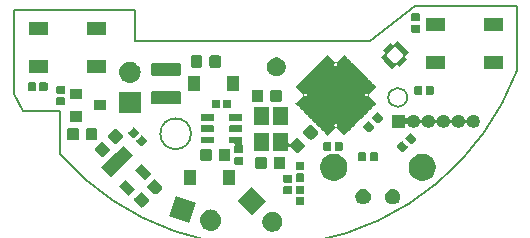
<source format=gbr>
%TF.GenerationSoftware,KiCad,Pcbnew,5.0.1-33cea8e~68~ubuntu18.04.1*%
%TF.CreationDate,2018-12-05T12:07:43+01:00*%
%TF.ProjectId,lightball,6C6967687462616C6C2E6B696361645F,rev?*%
%TF.SameCoordinates,Original*%
%TF.FileFunction,Soldermask,Top*%
%TF.FilePolarity,Negative*%
%FSLAX46Y46*%
G04 Gerber Fmt 4.6, Leading zero omitted, Abs format (unit mm)*
G04 Created by KiCad (PCBNEW 5.0.1-33cea8e~68~ubuntu18.04.1) date Mi 05 Dez 2018 12:07:43 CET*
%MOMM*%
%LPD*%
G01*
G04 APERTURE LIST*
%ADD10C,0.150000*%
%ADD11C,0.100000*%
G04 APERTURE END LIST*
D10*
X73975000Y-113550000D02*
X72575000Y-113550000D01*
X73975000Y-117200000D02*
X73975000Y-113550000D01*
X112660414Y-110153935D02*
G75*
G02X73975000Y-117200000I-21460414J8103935D01*
G01*
X112675000Y-104650000D02*
X112663015Y-110154914D01*
X104050000Y-104650000D02*
X112675000Y-104650000D01*
X100250000Y-107650000D02*
X104050000Y-104650000D01*
X80300000Y-107650000D02*
X100250000Y-107650000D01*
X80300000Y-105000000D02*
X80300000Y-107650000D01*
X70050000Y-105000000D02*
X80300000Y-105000000D01*
X70050000Y-112150000D02*
X70050000Y-105000000D01*
X70850000Y-113550000D02*
X70050000Y-112150000D01*
X72575000Y-113550000D02*
X70850000Y-113550000D01*
X103375000Y-112400000D02*
G75*
G03X103375000Y-112400000I-800000J0D01*
G01*
X85075000Y-115475000D02*
G75*
G03X85075000Y-115475000I-1300000J0D01*
G01*
D11*
G36*
X92215995Y-122099470D02*
X92370867Y-122163620D01*
X92510248Y-122256752D01*
X92628782Y-122375286D01*
X92721914Y-122514667D01*
X92786064Y-122669539D01*
X92818767Y-122833951D01*
X92818767Y-123001583D01*
X92786064Y-123165995D01*
X92721914Y-123320867D01*
X92628782Y-123460248D01*
X92510248Y-123578782D01*
X92370867Y-123671914D01*
X92215995Y-123736064D01*
X92051583Y-123768767D01*
X91883951Y-123768767D01*
X91719539Y-123736064D01*
X91564667Y-123671914D01*
X91425286Y-123578782D01*
X91306752Y-123460248D01*
X91213620Y-123320867D01*
X91149470Y-123165995D01*
X91116767Y-123001583D01*
X91116767Y-122833951D01*
X91149470Y-122669539D01*
X91213620Y-122514667D01*
X91306752Y-122375286D01*
X91425286Y-122256752D01*
X91564667Y-122163620D01*
X91719539Y-122099470D01*
X91883951Y-122066767D01*
X92051583Y-122066767D01*
X92215995Y-122099470D01*
X92215995Y-122099470D01*
G37*
G36*
X86846363Y-121889119D02*
X86912547Y-121895637D01*
X87025773Y-121929984D01*
X87082387Y-121947157D01*
X87221007Y-122021252D01*
X87238911Y-122030822D01*
X87274649Y-122060152D01*
X87376106Y-122143414D01*
X87459368Y-122244871D01*
X87488698Y-122280609D01*
X87488699Y-122280611D01*
X87572363Y-122437133D01*
X87572363Y-122437134D01*
X87623883Y-122606973D01*
X87641279Y-122783600D01*
X87623883Y-122960227D01*
X87590678Y-123069691D01*
X87572363Y-123130067D01*
X87498268Y-123268687D01*
X87488698Y-123286591D01*
X87460568Y-123320867D01*
X87376106Y-123423786D01*
X87274649Y-123507048D01*
X87238911Y-123536378D01*
X87238909Y-123536379D01*
X87082387Y-123620043D01*
X87025773Y-123637216D01*
X86912547Y-123671563D01*
X86846362Y-123678082D01*
X86780180Y-123684600D01*
X86691660Y-123684600D01*
X86625478Y-123678082D01*
X86559293Y-123671563D01*
X86446067Y-123637216D01*
X86389453Y-123620043D01*
X86232931Y-123536379D01*
X86232929Y-123536378D01*
X86197191Y-123507048D01*
X86095734Y-123423786D01*
X86011272Y-123320867D01*
X85983142Y-123286591D01*
X85973572Y-123268687D01*
X85899477Y-123130067D01*
X85881162Y-123069691D01*
X85847957Y-122960227D01*
X85830561Y-122783600D01*
X85847957Y-122606973D01*
X85899477Y-122437134D01*
X85899477Y-122437133D01*
X85983141Y-122280611D01*
X85983142Y-122280609D01*
X86012472Y-122244871D01*
X86095734Y-122143414D01*
X86197191Y-122060152D01*
X86232929Y-122030822D01*
X86250833Y-122021252D01*
X86389453Y-121947157D01*
X86446067Y-121929984D01*
X86559293Y-121895637D01*
X86625477Y-121889119D01*
X86691660Y-121882600D01*
X86780180Y-121882600D01*
X86846363Y-121889119D01*
X86846363Y-121889119D01*
G37*
G36*
X85503924Y-121376366D02*
X84887604Y-123069692D01*
X83194278Y-122453372D01*
X83810598Y-120760046D01*
X85503924Y-121376366D01*
X85503924Y-121376366D01*
G37*
G36*
X91403496Y-121150000D02*
X90200000Y-122353496D01*
X88996504Y-121150000D01*
X90200000Y-119946504D01*
X91403496Y-121150000D01*
X91403496Y-121150000D01*
G37*
G36*
X80899617Y-120441854D02*
X80933595Y-120452162D01*
X80964913Y-120468902D01*
X80997142Y-120495351D01*
X81475288Y-120973497D01*
X81501737Y-121005726D01*
X81518477Y-121037044D01*
X81528785Y-121071022D01*
X81532265Y-121106363D01*
X81528785Y-121141704D01*
X81518477Y-121175682D01*
X81501737Y-121207000D01*
X81475288Y-121239229D01*
X81050176Y-121664341D01*
X81017947Y-121690790D01*
X80986629Y-121707530D01*
X80952651Y-121717838D01*
X80917310Y-121721318D01*
X80881969Y-121717838D01*
X80847991Y-121707530D01*
X80816673Y-121690790D01*
X80784444Y-121664341D01*
X80306298Y-121186195D01*
X80279849Y-121153966D01*
X80263109Y-121122648D01*
X80252801Y-121088670D01*
X80249321Y-121053329D01*
X80252801Y-121017988D01*
X80263109Y-120984010D01*
X80279849Y-120952692D01*
X80306298Y-120920463D01*
X80731410Y-120495351D01*
X80763639Y-120468902D01*
X80794957Y-120452162D01*
X80828935Y-120441854D01*
X80864276Y-120438374D01*
X80899617Y-120441854D01*
X80899617Y-120441854D01*
G37*
G36*
X94581938Y-120841716D02*
X94602556Y-120847970D01*
X94621556Y-120858126D01*
X94638208Y-120871792D01*
X94651874Y-120888444D01*
X94662030Y-120907444D01*
X94668284Y-120928062D01*
X94671000Y-120955640D01*
X94671000Y-121414360D01*
X94668284Y-121441938D01*
X94662030Y-121462556D01*
X94651874Y-121481556D01*
X94638208Y-121498208D01*
X94621556Y-121511874D01*
X94602556Y-121522030D01*
X94581938Y-121528284D01*
X94554360Y-121531000D01*
X94045640Y-121531000D01*
X94018062Y-121528284D01*
X93997444Y-121522030D01*
X93978444Y-121511874D01*
X93961792Y-121498208D01*
X93948126Y-121481556D01*
X93937970Y-121462556D01*
X93931716Y-121441938D01*
X93929000Y-121414360D01*
X93929000Y-120955640D01*
X93931716Y-120928062D01*
X93937970Y-120907444D01*
X93948126Y-120888444D01*
X93961792Y-120871792D01*
X93978444Y-120858126D01*
X93997444Y-120847970D01*
X94018062Y-120841716D01*
X94045640Y-120839000D01*
X94554360Y-120839000D01*
X94581938Y-120841716D01*
X94581938Y-120841716D01*
G37*
G36*
X102339890Y-120174017D02*
X102458361Y-120223089D01*
X102564992Y-120294338D01*
X102655662Y-120385008D01*
X102655664Y-120385011D01*
X102655665Y-120385012D01*
X102708215Y-120463658D01*
X102726911Y-120491639D01*
X102775983Y-120610110D01*
X102801000Y-120735881D01*
X102801000Y-120864119D01*
X102775983Y-120989890D01*
X102726911Y-121108361D01*
X102726909Y-121108364D01*
X102673012Y-121189027D01*
X102655662Y-121214992D01*
X102564992Y-121305662D01*
X102458361Y-121376911D01*
X102339890Y-121425983D01*
X102214119Y-121451000D01*
X102085881Y-121451000D01*
X101960110Y-121425983D01*
X101841639Y-121376911D01*
X101735008Y-121305662D01*
X101644338Y-121214992D01*
X101626989Y-121189027D01*
X101573091Y-121108364D01*
X101573089Y-121108361D01*
X101524017Y-120989890D01*
X101499000Y-120864119D01*
X101499000Y-120735881D01*
X101524017Y-120610110D01*
X101573089Y-120491639D01*
X101591785Y-120463658D01*
X101644335Y-120385012D01*
X101644336Y-120385011D01*
X101644338Y-120385008D01*
X101735008Y-120294338D01*
X101841639Y-120223089D01*
X101960110Y-120174017D01*
X102085881Y-120149000D01*
X102214119Y-120149000D01*
X102339890Y-120174017D01*
X102339890Y-120174017D01*
G37*
G36*
X99839890Y-120174017D02*
X99958361Y-120223089D01*
X100064992Y-120294338D01*
X100155662Y-120385008D01*
X100155664Y-120385011D01*
X100155665Y-120385012D01*
X100208215Y-120463658D01*
X100226911Y-120491639D01*
X100275983Y-120610110D01*
X100301000Y-120735881D01*
X100301000Y-120864119D01*
X100275983Y-120989890D01*
X100226911Y-121108361D01*
X100226909Y-121108364D01*
X100173012Y-121189027D01*
X100155662Y-121214992D01*
X100064992Y-121305662D01*
X99958361Y-121376911D01*
X99839890Y-121425983D01*
X99714119Y-121451000D01*
X99585881Y-121451000D01*
X99460110Y-121425983D01*
X99341639Y-121376911D01*
X99235008Y-121305662D01*
X99144338Y-121214992D01*
X99126989Y-121189027D01*
X99073091Y-121108364D01*
X99073089Y-121108361D01*
X99024017Y-120989890D01*
X98999000Y-120864119D01*
X98999000Y-120735881D01*
X99024017Y-120610110D01*
X99073089Y-120491639D01*
X99091785Y-120463658D01*
X99144335Y-120385012D01*
X99144336Y-120385011D01*
X99144338Y-120385008D01*
X99235008Y-120294338D01*
X99341639Y-120223089D01*
X99460110Y-120174017D01*
X99585881Y-120149000D01*
X99714119Y-120149000D01*
X99839890Y-120174017D01*
X99839890Y-120174017D01*
G37*
G36*
X80371399Y-120190540D02*
X79839654Y-120722285D01*
X79017995Y-119900626D01*
X79549740Y-119368881D01*
X80371399Y-120190540D01*
X80371399Y-120190540D01*
G37*
G36*
X82013311Y-119328160D02*
X82047289Y-119338468D01*
X82078607Y-119355208D01*
X82110836Y-119381657D01*
X82588982Y-119859803D01*
X82615431Y-119892032D01*
X82632171Y-119923350D01*
X82642479Y-119957328D01*
X82645959Y-119992669D01*
X82642479Y-120028010D01*
X82632171Y-120061988D01*
X82615431Y-120093306D01*
X82588982Y-120125535D01*
X82163870Y-120550647D01*
X82131641Y-120577096D01*
X82100323Y-120593836D01*
X82066345Y-120604144D01*
X82031004Y-120607624D01*
X81995663Y-120604144D01*
X81961685Y-120593836D01*
X81930367Y-120577096D01*
X81898138Y-120550647D01*
X81419992Y-120072501D01*
X81393543Y-120040272D01*
X81376803Y-120008954D01*
X81366495Y-119974976D01*
X81363015Y-119939635D01*
X81366495Y-119904294D01*
X81376803Y-119870316D01*
X81393543Y-119838998D01*
X81419992Y-119806769D01*
X81845104Y-119381657D01*
X81877333Y-119355208D01*
X81908651Y-119338468D01*
X81942629Y-119328160D01*
X81977970Y-119324680D01*
X82013311Y-119328160D01*
X82013311Y-119328160D01*
G37*
G36*
X93531938Y-119906716D02*
X93552556Y-119912970D01*
X93571556Y-119923126D01*
X93588208Y-119936792D01*
X93601874Y-119953444D01*
X93612030Y-119972444D01*
X93618284Y-119993062D01*
X93621000Y-120020640D01*
X93621000Y-120479360D01*
X93618284Y-120506938D01*
X93612030Y-120527556D01*
X93601874Y-120546556D01*
X93588208Y-120563208D01*
X93571556Y-120576874D01*
X93552556Y-120587030D01*
X93531938Y-120593284D01*
X93504360Y-120596000D01*
X92995640Y-120596000D01*
X92968062Y-120593284D01*
X92947444Y-120587030D01*
X92928444Y-120576874D01*
X92911792Y-120563208D01*
X92898126Y-120546556D01*
X92887970Y-120527556D01*
X92881716Y-120506938D01*
X92879000Y-120479360D01*
X92879000Y-120020640D01*
X92881716Y-119993062D01*
X92887970Y-119972444D01*
X92898126Y-119953444D01*
X92911792Y-119936792D01*
X92928444Y-119923126D01*
X92947444Y-119912970D01*
X92968062Y-119906716D01*
X92995640Y-119904000D01*
X93504360Y-119904000D01*
X93531938Y-119906716D01*
X93531938Y-119906716D01*
G37*
G36*
X94581938Y-119871716D02*
X94602556Y-119877970D01*
X94621556Y-119888126D01*
X94638208Y-119901792D01*
X94651874Y-119918444D01*
X94662030Y-119937444D01*
X94668284Y-119958062D01*
X94671000Y-119985640D01*
X94671000Y-120444360D01*
X94668284Y-120471938D01*
X94662030Y-120492556D01*
X94651874Y-120511556D01*
X94638208Y-120528208D01*
X94621556Y-120541874D01*
X94602556Y-120552030D01*
X94581938Y-120558284D01*
X94554360Y-120561000D01*
X94045640Y-120561000D01*
X94018062Y-120558284D01*
X93997444Y-120552030D01*
X93978444Y-120541874D01*
X93961792Y-120528208D01*
X93948126Y-120511556D01*
X93937970Y-120492556D01*
X93931716Y-120471938D01*
X93929000Y-120444360D01*
X93929000Y-119985640D01*
X93931716Y-119958062D01*
X93937970Y-119937444D01*
X93948126Y-119918444D01*
X93961792Y-119901792D01*
X93978444Y-119888126D01*
X93997444Y-119877970D01*
X94018062Y-119871716D01*
X94045640Y-119869000D01*
X94554360Y-119869000D01*
X94581938Y-119871716D01*
X94581938Y-119871716D01*
G37*
G36*
X85485320Y-119832880D02*
X84483320Y-119832880D01*
X84483320Y-118530880D01*
X85485320Y-118530880D01*
X85485320Y-119832880D01*
X85485320Y-119832880D01*
G37*
G36*
X88785320Y-119832880D02*
X87783320Y-119832880D01*
X87783320Y-118530880D01*
X88785320Y-118530880D01*
X88785320Y-119832880D01*
X88785320Y-119832880D01*
G37*
G36*
X93531938Y-118936716D02*
X93552556Y-118942970D01*
X93571556Y-118953126D01*
X93588208Y-118966792D01*
X93601874Y-118983444D01*
X93612030Y-119002444D01*
X93618284Y-119023062D01*
X93621000Y-119050640D01*
X93621000Y-119509360D01*
X93618284Y-119536938D01*
X93612030Y-119557556D01*
X93601874Y-119576556D01*
X93588208Y-119593208D01*
X93571556Y-119606874D01*
X93552556Y-119617030D01*
X93531938Y-119623284D01*
X93504360Y-119626000D01*
X92995640Y-119626000D01*
X92968062Y-119623284D01*
X92947444Y-119617030D01*
X92928444Y-119606874D01*
X92911792Y-119593208D01*
X92898126Y-119576556D01*
X92887970Y-119557556D01*
X92881716Y-119536938D01*
X92879000Y-119509360D01*
X92879000Y-119050640D01*
X92881716Y-119023062D01*
X92887970Y-119002444D01*
X92898126Y-118983444D01*
X92911792Y-118966792D01*
X92928444Y-118953126D01*
X92947444Y-118942970D01*
X92968062Y-118936716D01*
X92995640Y-118934000D01*
X93504360Y-118934000D01*
X93531938Y-118936716D01*
X93531938Y-118936716D01*
G37*
G36*
X94581938Y-118841716D02*
X94602556Y-118847970D01*
X94621556Y-118858126D01*
X94638208Y-118871792D01*
X94651874Y-118888444D01*
X94662030Y-118907444D01*
X94668284Y-118928062D01*
X94671000Y-118955640D01*
X94671000Y-119414360D01*
X94668284Y-119441938D01*
X94662030Y-119462556D01*
X94651874Y-119481556D01*
X94638208Y-119498208D01*
X94621556Y-119511874D01*
X94602556Y-119522030D01*
X94581938Y-119528284D01*
X94554360Y-119531000D01*
X94045640Y-119531000D01*
X94018062Y-119528284D01*
X93997444Y-119522030D01*
X93978444Y-119511874D01*
X93961792Y-119498208D01*
X93948126Y-119481556D01*
X93937970Y-119462556D01*
X93931716Y-119441938D01*
X93929000Y-119414360D01*
X93929000Y-118955640D01*
X93931716Y-118928062D01*
X93937970Y-118907444D01*
X93948126Y-118888444D01*
X93961792Y-118871792D01*
X93978444Y-118858126D01*
X93997444Y-118847970D01*
X94018062Y-118841716D01*
X94045640Y-118839000D01*
X94554360Y-118839000D01*
X94581938Y-118841716D01*
X94581938Y-118841716D01*
G37*
G36*
X97316830Y-117149934D02*
X97338441Y-117161485D01*
X97361890Y-117168598D01*
X97485734Y-117193232D01*
X97695202Y-117279996D01*
X97883723Y-117405962D01*
X98044038Y-117566277D01*
X98170004Y-117754798D01*
X98256768Y-117964266D01*
X98301000Y-118186635D01*
X98301000Y-118413365D01*
X98256768Y-118635734D01*
X98170004Y-118845202D01*
X98044038Y-119033723D01*
X97883723Y-119194038D01*
X97695202Y-119320004D01*
X97485734Y-119406768D01*
X97263365Y-119451000D01*
X97036635Y-119451000D01*
X96814266Y-119406768D01*
X96604798Y-119320004D01*
X96416277Y-119194038D01*
X96255962Y-119033723D01*
X96129996Y-118845202D01*
X96043232Y-118635734D01*
X95999000Y-118413365D01*
X95999000Y-118186635D01*
X96043232Y-117964266D01*
X96129996Y-117754798D01*
X96255962Y-117566277D01*
X96416277Y-117405962D01*
X96604798Y-117279996D01*
X96814266Y-117193232D01*
X97036635Y-117149000D01*
X97251756Y-117149000D01*
X97276142Y-117146598D01*
X97299591Y-117139485D01*
X97302321Y-117138026D01*
X97316830Y-117149934D01*
X97316830Y-117149934D01*
G37*
G36*
X104985734Y-117193232D02*
X105195202Y-117279996D01*
X105383723Y-117405962D01*
X105544038Y-117566277D01*
X105670004Y-117754798D01*
X105756768Y-117964266D01*
X105801000Y-118186635D01*
X105801000Y-118413365D01*
X105756768Y-118635734D01*
X105670004Y-118845202D01*
X105544038Y-119033723D01*
X105383723Y-119194038D01*
X105195202Y-119320004D01*
X104985734Y-119406768D01*
X104763365Y-119451000D01*
X104536635Y-119451000D01*
X104314266Y-119406768D01*
X104104798Y-119320004D01*
X103916277Y-119194038D01*
X103755962Y-119033723D01*
X103629996Y-118845202D01*
X103543232Y-118635734D01*
X103499000Y-118413365D01*
X103499000Y-118186635D01*
X103543232Y-117964266D01*
X103629996Y-117754798D01*
X103755962Y-117566277D01*
X103916277Y-117405962D01*
X104104798Y-117279996D01*
X104314266Y-117193232D01*
X104536635Y-117149000D01*
X104763365Y-117149000D01*
X104985734Y-117193232D01*
X104985734Y-117193232D01*
G37*
G36*
X81714902Y-118847037D02*
X81183157Y-119378782D01*
X80361498Y-118557123D01*
X80893243Y-118025378D01*
X81714902Y-118847037D01*
X81714902Y-118847037D01*
G37*
G36*
X80159267Y-117291402D02*
X79575904Y-117874766D01*
X78867383Y-118583287D01*
X78284019Y-119166650D01*
X77462360Y-118344991D01*
X78082483Y-117724868D01*
X78082494Y-117724859D01*
X78717476Y-117089877D01*
X78717485Y-117089866D01*
X79337608Y-116469743D01*
X80159267Y-117291402D01*
X80159267Y-117291402D01*
G37*
G36*
X94581938Y-117871716D02*
X94602556Y-117877970D01*
X94621556Y-117888126D01*
X94638208Y-117901792D01*
X94651874Y-117918444D01*
X94662030Y-117937444D01*
X94668284Y-117958062D01*
X94671000Y-117985640D01*
X94671000Y-118444360D01*
X94668284Y-118471938D01*
X94662030Y-118492556D01*
X94651874Y-118511556D01*
X94638208Y-118528208D01*
X94621556Y-118541874D01*
X94602556Y-118552030D01*
X94581938Y-118558284D01*
X94554360Y-118561000D01*
X94045640Y-118561000D01*
X94018062Y-118558284D01*
X93997444Y-118552030D01*
X93978444Y-118541874D01*
X93961792Y-118528208D01*
X93948126Y-118511556D01*
X93937970Y-118492556D01*
X93931716Y-118471938D01*
X93929000Y-118444360D01*
X93929000Y-117985640D01*
X93931716Y-117958062D01*
X93937970Y-117937444D01*
X93948126Y-117918444D01*
X93961792Y-117901792D01*
X93978444Y-117888126D01*
X93997444Y-117877970D01*
X94018062Y-117871716D01*
X94045640Y-117869000D01*
X94554360Y-117869000D01*
X94581938Y-117871716D01*
X94581938Y-117871716D01*
G37*
G36*
X91340031Y-117420445D02*
X91374009Y-117430753D01*
X91405327Y-117447493D01*
X91432779Y-117470021D01*
X91455307Y-117497473D01*
X91472047Y-117528791D01*
X91482355Y-117562769D01*
X91486440Y-117604250D01*
X91486440Y-118280470D01*
X91482355Y-118321951D01*
X91472047Y-118355929D01*
X91455307Y-118387247D01*
X91432779Y-118414699D01*
X91405327Y-118437227D01*
X91374009Y-118453967D01*
X91340031Y-118464275D01*
X91298550Y-118468360D01*
X90697330Y-118468360D01*
X90655849Y-118464275D01*
X90621871Y-118453967D01*
X90590553Y-118437227D01*
X90563101Y-118414699D01*
X90540573Y-118387247D01*
X90523833Y-118355929D01*
X90513525Y-118321951D01*
X90509440Y-118280470D01*
X90509440Y-117604250D01*
X90513525Y-117562769D01*
X90523833Y-117528791D01*
X90540573Y-117497473D01*
X90563101Y-117470021D01*
X90590553Y-117447493D01*
X90621871Y-117430753D01*
X90655849Y-117420445D01*
X90697330Y-117416360D01*
X91298550Y-117416360D01*
X91340031Y-117420445D01*
X91340031Y-117420445D01*
G37*
G36*
X92915031Y-117420445D02*
X92949009Y-117430753D01*
X92980327Y-117447493D01*
X93007779Y-117470021D01*
X93030307Y-117497473D01*
X93047047Y-117528791D01*
X93057355Y-117562769D01*
X93061440Y-117604250D01*
X93061440Y-118280470D01*
X93057355Y-118321951D01*
X93047047Y-118355929D01*
X93030307Y-118387247D01*
X93007779Y-118414699D01*
X92980327Y-118437227D01*
X92949009Y-118453967D01*
X92915031Y-118464275D01*
X92873550Y-118468360D01*
X92272330Y-118468360D01*
X92230849Y-118464275D01*
X92196871Y-118453967D01*
X92165553Y-118437227D01*
X92138101Y-118414699D01*
X92115573Y-118387247D01*
X92098833Y-118355929D01*
X92088525Y-118321951D01*
X92084440Y-118280470D01*
X92084440Y-117604250D01*
X92088525Y-117562769D01*
X92098833Y-117528791D01*
X92115573Y-117497473D01*
X92138101Y-117470021D01*
X92165553Y-117447493D01*
X92196871Y-117430753D01*
X92230849Y-117420445D01*
X92272330Y-117416360D01*
X92873550Y-117416360D01*
X92915031Y-117420445D01*
X92915031Y-117420445D01*
G37*
G36*
X89406938Y-117416716D02*
X89427556Y-117422970D01*
X89446556Y-117433126D01*
X89463208Y-117446792D01*
X89476874Y-117463444D01*
X89487030Y-117482444D01*
X89493284Y-117503062D01*
X89496000Y-117530640D01*
X89496000Y-117989360D01*
X89493284Y-118016938D01*
X89487030Y-118037556D01*
X89476874Y-118056556D01*
X89463208Y-118073208D01*
X89446556Y-118086874D01*
X89427556Y-118097030D01*
X89406938Y-118103284D01*
X89379360Y-118106000D01*
X88870640Y-118106000D01*
X88843062Y-118103284D01*
X88822444Y-118097030D01*
X88803444Y-118086874D01*
X88786792Y-118073208D01*
X88773126Y-118056556D01*
X88762970Y-118037556D01*
X88756716Y-118016938D01*
X88754000Y-117989360D01*
X88754000Y-117530640D01*
X88756716Y-117503062D01*
X88762970Y-117482444D01*
X88773126Y-117463444D01*
X88786792Y-117446792D01*
X88803444Y-117433126D01*
X88822444Y-117422970D01*
X88843062Y-117416716D01*
X88870640Y-117414000D01*
X89379360Y-117414000D01*
X89406938Y-117416716D01*
X89406938Y-117416716D01*
G37*
G36*
X100802698Y-117060996D02*
X100823316Y-117067250D01*
X100842316Y-117077406D01*
X100858968Y-117091072D01*
X100872634Y-117107724D01*
X100882790Y-117126724D01*
X100889044Y-117147342D01*
X100891760Y-117174920D01*
X100891760Y-117683640D01*
X100889044Y-117711218D01*
X100882790Y-117731836D01*
X100872634Y-117750836D01*
X100858968Y-117767488D01*
X100842316Y-117781154D01*
X100823316Y-117791310D01*
X100802698Y-117797564D01*
X100775120Y-117800280D01*
X100316400Y-117800280D01*
X100288822Y-117797564D01*
X100268204Y-117791310D01*
X100249204Y-117781154D01*
X100232552Y-117767488D01*
X100218886Y-117750836D01*
X100208730Y-117731836D01*
X100202476Y-117711218D01*
X100199760Y-117683640D01*
X100199760Y-117174920D01*
X100202476Y-117147342D01*
X100208730Y-117126724D01*
X100218886Y-117107724D01*
X100232552Y-117091072D01*
X100249204Y-117077406D01*
X100268204Y-117067250D01*
X100288822Y-117060996D01*
X100316400Y-117058280D01*
X100775120Y-117058280D01*
X100802698Y-117060996D01*
X100802698Y-117060996D01*
G37*
G36*
X99832698Y-117060996D02*
X99853316Y-117067250D01*
X99872316Y-117077406D01*
X99888968Y-117091072D01*
X99902634Y-117107724D01*
X99912790Y-117126724D01*
X99919044Y-117147342D01*
X99921760Y-117174920D01*
X99921760Y-117683640D01*
X99919044Y-117711218D01*
X99912790Y-117731836D01*
X99902634Y-117750836D01*
X99888968Y-117767488D01*
X99872316Y-117781154D01*
X99853316Y-117791310D01*
X99832698Y-117797564D01*
X99805120Y-117800280D01*
X99346400Y-117800280D01*
X99318822Y-117797564D01*
X99298204Y-117791310D01*
X99279204Y-117781154D01*
X99262552Y-117767488D01*
X99248886Y-117750836D01*
X99238730Y-117731836D01*
X99232476Y-117711218D01*
X99229760Y-117683640D01*
X99229760Y-117174920D01*
X99232476Y-117147342D01*
X99238730Y-117126724D01*
X99248886Y-117107724D01*
X99262552Y-117091072D01*
X99279204Y-117077406D01*
X99298204Y-117067250D01*
X99318822Y-117060996D01*
X99346400Y-117058280D01*
X99805120Y-117058280D01*
X99832698Y-117060996D01*
X99832698Y-117060996D01*
G37*
G36*
X86686751Y-116729565D02*
X86720729Y-116739873D01*
X86752047Y-116756613D01*
X86779499Y-116779141D01*
X86802027Y-116806593D01*
X86818767Y-116837911D01*
X86829075Y-116871889D01*
X86833160Y-116913370D01*
X86833160Y-117589590D01*
X86829075Y-117631071D01*
X86818767Y-117665049D01*
X86802027Y-117696367D01*
X86779499Y-117723819D01*
X86752047Y-117746347D01*
X86720729Y-117763087D01*
X86686751Y-117773395D01*
X86645270Y-117777480D01*
X86044050Y-117777480D01*
X86002569Y-117773395D01*
X85968591Y-117763087D01*
X85937273Y-117746347D01*
X85909821Y-117723819D01*
X85887293Y-117696367D01*
X85870553Y-117665049D01*
X85860245Y-117631071D01*
X85856160Y-117589590D01*
X85856160Y-116913370D01*
X85860245Y-116871889D01*
X85870553Y-116837911D01*
X85887293Y-116806593D01*
X85909821Y-116779141D01*
X85937273Y-116756613D01*
X85968591Y-116739873D01*
X86002569Y-116729565D01*
X86044050Y-116725480D01*
X86645270Y-116725480D01*
X86686751Y-116729565D01*
X86686751Y-116729565D01*
G37*
G36*
X88261751Y-116729565D02*
X88295729Y-116739873D01*
X88327047Y-116756613D01*
X88354499Y-116779141D01*
X88377027Y-116806593D01*
X88393767Y-116837911D01*
X88404075Y-116871889D01*
X88408160Y-116913370D01*
X88408160Y-117589590D01*
X88404075Y-117631071D01*
X88393767Y-117665049D01*
X88377027Y-117696367D01*
X88354499Y-117723819D01*
X88327047Y-117746347D01*
X88295729Y-117763087D01*
X88261751Y-117773395D01*
X88220270Y-117777480D01*
X87619050Y-117777480D01*
X87577569Y-117773395D01*
X87543591Y-117763087D01*
X87512273Y-117746347D01*
X87484821Y-117723819D01*
X87462293Y-117696367D01*
X87445553Y-117665049D01*
X87435245Y-117631071D01*
X87431160Y-117589590D01*
X87431160Y-116913370D01*
X87435245Y-116871889D01*
X87445553Y-116837911D01*
X87462293Y-116806593D01*
X87484821Y-116779141D01*
X87512273Y-116756613D01*
X87543591Y-116739873D01*
X87577569Y-116729565D01*
X87619050Y-116725480D01*
X88220270Y-116725480D01*
X88261751Y-116729565D01*
X88261751Y-116729565D01*
G37*
G36*
X77577297Y-116164495D02*
X77611275Y-116174803D01*
X77642593Y-116191543D01*
X77674822Y-116217992D01*
X78152968Y-116696138D01*
X78179417Y-116728367D01*
X78196157Y-116759685D01*
X78206465Y-116793663D01*
X78209945Y-116829004D01*
X78206465Y-116864345D01*
X78196157Y-116898323D01*
X78179417Y-116929641D01*
X78152968Y-116961870D01*
X77727856Y-117386982D01*
X77695627Y-117413431D01*
X77664309Y-117430171D01*
X77630331Y-117440479D01*
X77594990Y-117443959D01*
X77559649Y-117440479D01*
X77525671Y-117430171D01*
X77494353Y-117413431D01*
X77462124Y-117386982D01*
X76983978Y-116908836D01*
X76957529Y-116876607D01*
X76940789Y-116845289D01*
X76930481Y-116811311D01*
X76927001Y-116775970D01*
X76930481Y-116740629D01*
X76940789Y-116706651D01*
X76957529Y-116675333D01*
X76983978Y-116643104D01*
X77409090Y-116217992D01*
X77441319Y-116191543D01*
X77472637Y-116174803D01*
X77506615Y-116164495D01*
X77541956Y-116161015D01*
X77577297Y-116164495D01*
X77577297Y-116164495D01*
G37*
G36*
X89340479Y-115710424D02*
X89355702Y-115715042D01*
X89369735Y-115722543D01*
X89382028Y-115732632D01*
X89392117Y-115744925D01*
X89399618Y-115758958D01*
X89404236Y-115774181D01*
X89406400Y-115796151D01*
X89406400Y-116197369D01*
X89404236Y-116219339D01*
X89399618Y-116234562D01*
X89392117Y-116248595D01*
X89382964Y-116259748D01*
X89369350Y-116280122D01*
X89359973Y-116302761D01*
X89355192Y-116326794D01*
X89355192Y-116351299D01*
X89359972Y-116375332D01*
X89369350Y-116397971D01*
X89382963Y-116418346D01*
X89400291Y-116435673D01*
X89420665Y-116449287D01*
X89446556Y-116463126D01*
X89463208Y-116476792D01*
X89476874Y-116493444D01*
X89487030Y-116512444D01*
X89493284Y-116533062D01*
X89496000Y-116560640D01*
X89496000Y-117019360D01*
X89493284Y-117046938D01*
X89487030Y-117067556D01*
X89476874Y-117086556D01*
X89463208Y-117103208D01*
X89446556Y-117116874D01*
X89427556Y-117127030D01*
X89406938Y-117133284D01*
X89379360Y-117136000D01*
X88870640Y-117136000D01*
X88843062Y-117133284D01*
X88822444Y-117127030D01*
X88803444Y-117116874D01*
X88786792Y-117103208D01*
X88773126Y-117086556D01*
X88762970Y-117067556D01*
X88756716Y-117046938D01*
X88754000Y-117019360D01*
X88754000Y-116560640D01*
X88756716Y-116533062D01*
X88762970Y-116512444D01*
X88773126Y-116493444D01*
X88776316Y-116489557D01*
X88789930Y-116469182D01*
X88799306Y-116446543D01*
X88804086Y-116422509D01*
X88804086Y-116398005D01*
X88799305Y-116373971D01*
X88789927Y-116351333D01*
X88776312Y-116330958D01*
X88758985Y-116313632D01*
X88738610Y-116300018D01*
X88715971Y-116290642D01*
X88679688Y-116285260D01*
X88392291Y-116285260D01*
X88370321Y-116283096D01*
X88355098Y-116278478D01*
X88341065Y-116270977D01*
X88328772Y-116260888D01*
X88318683Y-116248595D01*
X88311182Y-116234562D01*
X88306564Y-116219339D01*
X88304400Y-116197369D01*
X88304400Y-115796151D01*
X88306564Y-115774181D01*
X88311182Y-115758958D01*
X88318683Y-115744925D01*
X88328772Y-115732632D01*
X88341065Y-115722543D01*
X88355098Y-115715042D01*
X88370321Y-115710424D01*
X88392291Y-115708260D01*
X89318509Y-115708260D01*
X89340479Y-115710424D01*
X89340479Y-115710424D01*
G37*
G36*
X93302480Y-116207706D02*
X93304882Y-116232092D01*
X93311995Y-116255541D01*
X93323546Y-116277152D01*
X93339092Y-116296094D01*
X93358034Y-116311640D01*
X93379645Y-116323191D01*
X93403094Y-116330304D01*
X93427480Y-116332706D01*
X93451866Y-116330304D01*
X93475315Y-116323191D01*
X93496926Y-116311640D01*
X93515868Y-116296094D01*
X93934330Y-115877632D01*
X93966559Y-115851183D01*
X93997877Y-115834443D01*
X94031855Y-115824135D01*
X94067196Y-115820655D01*
X94102537Y-115824135D01*
X94136515Y-115834443D01*
X94167833Y-115851183D01*
X94200062Y-115877632D01*
X94678208Y-116355778D01*
X94704657Y-116388007D01*
X94721397Y-116419325D01*
X94731705Y-116453303D01*
X94735185Y-116488644D01*
X94731705Y-116523985D01*
X94721397Y-116557963D01*
X94704657Y-116589281D01*
X94678208Y-116621510D01*
X94253096Y-117046622D01*
X94220867Y-117073071D01*
X94189549Y-117089811D01*
X94155571Y-117100119D01*
X94120230Y-117103599D01*
X94084889Y-117100119D01*
X94050911Y-117089811D01*
X94019593Y-117073071D01*
X93987364Y-117046622D01*
X93515868Y-116575126D01*
X93496926Y-116559580D01*
X93475315Y-116548029D01*
X93451866Y-116540916D01*
X93427480Y-116538514D01*
X93403094Y-116540916D01*
X93379645Y-116548029D01*
X93358034Y-116559580D01*
X93339092Y-116575126D01*
X93323546Y-116594068D01*
X93311995Y-116615679D01*
X93304882Y-116639128D01*
X93302480Y-116663514D01*
X93302480Y-116907920D01*
X92000480Y-116907920D01*
X92000480Y-115405920D01*
X93302480Y-115405920D01*
X93302480Y-116207706D01*
X93302480Y-116207706D01*
G37*
G36*
X102985813Y-116109438D02*
X103006431Y-116115692D01*
X103025431Y-116125848D01*
X103046856Y-116143431D01*
X103406569Y-116503144D01*
X103424152Y-116524569D01*
X103434308Y-116543569D01*
X103440562Y-116564187D01*
X103442673Y-116585625D01*
X103440562Y-116607063D01*
X103434308Y-116627681D01*
X103424152Y-116646681D01*
X103406569Y-116668106D01*
X103082212Y-116992463D01*
X103060787Y-117010046D01*
X103041787Y-117020202D01*
X103021169Y-117026456D01*
X102999731Y-117028567D01*
X102978293Y-117026456D01*
X102957675Y-117020202D01*
X102938675Y-117010046D01*
X102917250Y-116992463D01*
X102557537Y-116632750D01*
X102539954Y-116611325D01*
X102529798Y-116592325D01*
X102523544Y-116571707D01*
X102521433Y-116550269D01*
X102523544Y-116528831D01*
X102529798Y-116508213D01*
X102539954Y-116489213D01*
X102557537Y-116467788D01*
X102881894Y-116143431D01*
X102903319Y-116125848D01*
X102922319Y-116115692D01*
X102942937Y-116109438D01*
X102964375Y-116107327D01*
X102985813Y-116109438D01*
X102985813Y-116109438D01*
G37*
G36*
X97841938Y-116181716D02*
X97862556Y-116187970D01*
X97881556Y-116198126D01*
X97898208Y-116211792D01*
X97911874Y-116228444D01*
X97922030Y-116247444D01*
X97928284Y-116268062D01*
X97931000Y-116295640D01*
X97931000Y-116804360D01*
X97928284Y-116831938D01*
X97922030Y-116852556D01*
X97911874Y-116871556D01*
X97898208Y-116888208D01*
X97881556Y-116901874D01*
X97862556Y-116912030D01*
X97841938Y-116918284D01*
X97814360Y-116921000D01*
X97386276Y-116921000D01*
X97361890Y-116923402D01*
X97338441Y-116930515D01*
X97335437Y-116932121D01*
X97310682Y-116913760D01*
X97288442Y-116901872D01*
X97271792Y-116888208D01*
X97258126Y-116871556D01*
X97247970Y-116852556D01*
X97241716Y-116831938D01*
X97239000Y-116804360D01*
X97239000Y-116295640D01*
X97241716Y-116268062D01*
X97247970Y-116247444D01*
X97258126Y-116228444D01*
X97271792Y-116211792D01*
X97288444Y-116198126D01*
X97307444Y-116187970D01*
X97328062Y-116181716D01*
X97355640Y-116179000D01*
X97814360Y-116179000D01*
X97841938Y-116181716D01*
X97841938Y-116181716D01*
G37*
G36*
X96871938Y-116181716D02*
X96892556Y-116187970D01*
X96911556Y-116198126D01*
X96928208Y-116211792D01*
X96941874Y-116228444D01*
X96952030Y-116247444D01*
X96958284Y-116268062D01*
X96961000Y-116295640D01*
X96961000Y-116804360D01*
X96958284Y-116831938D01*
X96952030Y-116852556D01*
X96941874Y-116871556D01*
X96928208Y-116888208D01*
X96911556Y-116901874D01*
X96892556Y-116912030D01*
X96871938Y-116918284D01*
X96844360Y-116921000D01*
X96385640Y-116921000D01*
X96358062Y-116918284D01*
X96337444Y-116912030D01*
X96318444Y-116901874D01*
X96301792Y-116888208D01*
X96288126Y-116871556D01*
X96277970Y-116852556D01*
X96271716Y-116831938D01*
X96269000Y-116804360D01*
X96269000Y-116295640D01*
X96271716Y-116268062D01*
X96277970Y-116247444D01*
X96288126Y-116228444D01*
X96301792Y-116211792D01*
X96318444Y-116198126D01*
X96337444Y-116187970D01*
X96358062Y-116181716D01*
X96385640Y-116179000D01*
X96844360Y-116179000D01*
X96871938Y-116181716D01*
X96871938Y-116181716D01*
G37*
G36*
X91702480Y-116907920D02*
X90400480Y-116907920D01*
X90400480Y-115405920D01*
X91702480Y-115405920D01*
X91702480Y-116907920D01*
X91702480Y-116907920D01*
G37*
G36*
X80935623Y-115611918D02*
X80956241Y-115618172D01*
X80975241Y-115628328D01*
X80996666Y-115645911D01*
X81321023Y-115970268D01*
X81338606Y-115991693D01*
X81348762Y-116010693D01*
X81355016Y-116031311D01*
X81357127Y-116052749D01*
X81355016Y-116074187D01*
X81348762Y-116094805D01*
X81338606Y-116113805D01*
X81321023Y-116135230D01*
X80961310Y-116494943D01*
X80939885Y-116512526D01*
X80920885Y-116522682D01*
X80900267Y-116528936D01*
X80878829Y-116531047D01*
X80857391Y-116528936D01*
X80836773Y-116522682D01*
X80817773Y-116512526D01*
X80796348Y-116494943D01*
X80471991Y-116170586D01*
X80454408Y-116149161D01*
X80444252Y-116130161D01*
X80437998Y-116109543D01*
X80435887Y-116088105D01*
X80437998Y-116066667D01*
X80444252Y-116046049D01*
X80454408Y-116027049D01*
X80471991Y-116005624D01*
X80831704Y-115645911D01*
X80853129Y-115628328D01*
X80872129Y-115618172D01*
X80892747Y-115611918D01*
X80914185Y-115609807D01*
X80935623Y-115611918D01*
X80935623Y-115611918D01*
G37*
G36*
X103671707Y-115423544D02*
X103692325Y-115429798D01*
X103711325Y-115439954D01*
X103732750Y-115457537D01*
X104092463Y-115817250D01*
X104110046Y-115838675D01*
X104120202Y-115857675D01*
X104126456Y-115878293D01*
X104128567Y-115899731D01*
X104126456Y-115921169D01*
X104120202Y-115941787D01*
X104110046Y-115960787D01*
X104092463Y-115982212D01*
X103768106Y-116306569D01*
X103746681Y-116324152D01*
X103727681Y-116334308D01*
X103707063Y-116340562D01*
X103685625Y-116342673D01*
X103664187Y-116340562D01*
X103643569Y-116334308D01*
X103624569Y-116324152D01*
X103603144Y-116306569D01*
X103243431Y-115946856D01*
X103225848Y-115925431D01*
X103215692Y-115906431D01*
X103209438Y-115885813D01*
X103207327Y-115864375D01*
X103209438Y-115842937D01*
X103215692Y-115822319D01*
X103225848Y-115803319D01*
X103243431Y-115781894D01*
X103567788Y-115457537D01*
X103589213Y-115439954D01*
X103608213Y-115429798D01*
X103628831Y-115423544D01*
X103650269Y-115421433D01*
X103671707Y-115423544D01*
X103671707Y-115423544D01*
G37*
G36*
X78690991Y-115050801D02*
X78724969Y-115061109D01*
X78756287Y-115077849D01*
X78788516Y-115104298D01*
X79266662Y-115582444D01*
X79293111Y-115614673D01*
X79309851Y-115645991D01*
X79320159Y-115679969D01*
X79323639Y-115715310D01*
X79320159Y-115750651D01*
X79309851Y-115784629D01*
X79293111Y-115815947D01*
X79266662Y-115848176D01*
X78841550Y-116273288D01*
X78809321Y-116299737D01*
X78778003Y-116316477D01*
X78744025Y-116326785D01*
X78708684Y-116330265D01*
X78673343Y-116326785D01*
X78639365Y-116316477D01*
X78608047Y-116299737D01*
X78575818Y-116273288D01*
X78097672Y-115795142D01*
X78071223Y-115762913D01*
X78054483Y-115731595D01*
X78044175Y-115697617D01*
X78040695Y-115662276D01*
X78044175Y-115626935D01*
X78054483Y-115592957D01*
X78071223Y-115561639D01*
X78097672Y-115529410D01*
X78522784Y-115104298D01*
X78555013Y-115077849D01*
X78586331Y-115061109D01*
X78620309Y-115050801D01*
X78655650Y-115047321D01*
X78690991Y-115050801D01*
X78690991Y-115050801D01*
G37*
G36*
X86940479Y-115710424D02*
X86955702Y-115715042D01*
X86969735Y-115722543D01*
X86982028Y-115732632D01*
X86992117Y-115744925D01*
X86999618Y-115758958D01*
X87004236Y-115774181D01*
X87006400Y-115796151D01*
X87006400Y-116197369D01*
X87004236Y-116219339D01*
X86999618Y-116234562D01*
X86992117Y-116248595D01*
X86982028Y-116260888D01*
X86969735Y-116270977D01*
X86955702Y-116278478D01*
X86940479Y-116283096D01*
X86918509Y-116285260D01*
X85992291Y-116285260D01*
X85970321Y-116283096D01*
X85955098Y-116278478D01*
X85941065Y-116270977D01*
X85928772Y-116260888D01*
X85918683Y-116248595D01*
X85911182Y-116234562D01*
X85906564Y-116219339D01*
X85904400Y-116197369D01*
X85904400Y-115796151D01*
X85906564Y-115774181D01*
X85911182Y-115758958D01*
X85918683Y-115744925D01*
X85928772Y-115732632D01*
X85941065Y-115722543D01*
X85955098Y-115715042D01*
X85970321Y-115710424D01*
X85992291Y-115708260D01*
X86918509Y-115708260D01*
X86940479Y-115710424D01*
X86940479Y-115710424D01*
G37*
G36*
X75429471Y-114997285D02*
X75463449Y-115007593D01*
X75494767Y-115024333D01*
X75522219Y-115046861D01*
X75544747Y-115074313D01*
X75561487Y-115105631D01*
X75571795Y-115139609D01*
X75575880Y-115181090D01*
X75575880Y-115857310D01*
X75571795Y-115898791D01*
X75561487Y-115932769D01*
X75544747Y-115964087D01*
X75522219Y-115991539D01*
X75494767Y-116014067D01*
X75463449Y-116030807D01*
X75429471Y-116041115D01*
X75387990Y-116045200D01*
X74786770Y-116045200D01*
X74745289Y-116041115D01*
X74711311Y-116030807D01*
X74679993Y-116014067D01*
X74652541Y-115991539D01*
X74630013Y-115964087D01*
X74613273Y-115932769D01*
X74602965Y-115898791D01*
X74598880Y-115857310D01*
X74598880Y-115181090D01*
X74602965Y-115139609D01*
X74613273Y-115105631D01*
X74630013Y-115074313D01*
X74652541Y-115046861D01*
X74679993Y-115024333D01*
X74711311Y-115007593D01*
X74745289Y-114997285D01*
X74786770Y-114993200D01*
X75387990Y-114993200D01*
X75429471Y-114997285D01*
X75429471Y-114997285D01*
G37*
G36*
X77004471Y-114997285D02*
X77038449Y-115007593D01*
X77069767Y-115024333D01*
X77097219Y-115046861D01*
X77119747Y-115074313D01*
X77136487Y-115105631D01*
X77146795Y-115139609D01*
X77150880Y-115181090D01*
X77150880Y-115857310D01*
X77146795Y-115898791D01*
X77136487Y-115932769D01*
X77119747Y-115964087D01*
X77097219Y-115991539D01*
X77069767Y-116014067D01*
X77038449Y-116030807D01*
X77004471Y-116041115D01*
X76962990Y-116045200D01*
X76361770Y-116045200D01*
X76320289Y-116041115D01*
X76286311Y-116030807D01*
X76254993Y-116014067D01*
X76227541Y-115991539D01*
X76205013Y-115964087D01*
X76188273Y-115932769D01*
X76177965Y-115898791D01*
X76173880Y-115857310D01*
X76173880Y-115181090D01*
X76177965Y-115139609D01*
X76188273Y-115105631D01*
X76205013Y-115074313D01*
X76227541Y-115046861D01*
X76254993Y-115024333D01*
X76286311Y-115007593D01*
X76320289Y-114997285D01*
X76361770Y-114993200D01*
X76962990Y-114993200D01*
X77004471Y-114997285D01*
X77004471Y-114997285D01*
G37*
G36*
X95216231Y-114710441D02*
X95250209Y-114720749D01*
X95281527Y-114737489D01*
X95313756Y-114763938D01*
X95791902Y-115242084D01*
X95818351Y-115274313D01*
X95835091Y-115305631D01*
X95845399Y-115339609D01*
X95848879Y-115374950D01*
X95845399Y-115410291D01*
X95835091Y-115444269D01*
X95818351Y-115475587D01*
X95791902Y-115507816D01*
X95366790Y-115932928D01*
X95334561Y-115959377D01*
X95303243Y-115976117D01*
X95269265Y-115986425D01*
X95233924Y-115989905D01*
X95198583Y-115986425D01*
X95164605Y-115976117D01*
X95133287Y-115959377D01*
X95101058Y-115932928D01*
X94622912Y-115454782D01*
X94596463Y-115422553D01*
X94579723Y-115391235D01*
X94569415Y-115357257D01*
X94565935Y-115321916D01*
X94569415Y-115286575D01*
X94579723Y-115252597D01*
X94596463Y-115221279D01*
X94622912Y-115189050D01*
X95048024Y-114763938D01*
X95080253Y-114737489D01*
X95111571Y-114720749D01*
X95145549Y-114710441D01*
X95180890Y-114706961D01*
X95216231Y-114710441D01*
X95216231Y-114710441D01*
G37*
G36*
X80249729Y-114926024D02*
X80270347Y-114932278D01*
X80289347Y-114942434D01*
X80310772Y-114960017D01*
X80635129Y-115284374D01*
X80652712Y-115305799D01*
X80662868Y-115324799D01*
X80669122Y-115345417D01*
X80671233Y-115366855D01*
X80669122Y-115388293D01*
X80662868Y-115408911D01*
X80652712Y-115427911D01*
X80635129Y-115449336D01*
X80275416Y-115809049D01*
X80253991Y-115826632D01*
X80234991Y-115836788D01*
X80214373Y-115843042D01*
X80192935Y-115845153D01*
X80171497Y-115843042D01*
X80150879Y-115836788D01*
X80131879Y-115826632D01*
X80110454Y-115809049D01*
X79786097Y-115484692D01*
X79768514Y-115463267D01*
X79758358Y-115444267D01*
X79752104Y-115423649D01*
X79749993Y-115402211D01*
X79752104Y-115380773D01*
X79758358Y-115360155D01*
X79768514Y-115341155D01*
X79786097Y-115319730D01*
X80145810Y-114960017D01*
X80167235Y-114942434D01*
X80186235Y-114932278D01*
X80206853Y-114926024D01*
X80228291Y-114923913D01*
X80249729Y-114926024D01*
X80249729Y-114926024D01*
G37*
G36*
X98054426Y-108784747D02*
X98059097Y-108786164D01*
X98063399Y-108788464D01*
X98071949Y-108795480D01*
X98276092Y-108999623D01*
X98283108Y-109008173D01*
X98285408Y-109012475D01*
X98286825Y-109017146D01*
X98287633Y-109025350D01*
X98292414Y-109049384D01*
X98301792Y-109072023D01*
X98315407Y-109092397D01*
X98332734Y-109109723D01*
X98353109Y-109123337D01*
X98375749Y-109132714D01*
X98399775Y-109137493D01*
X98407979Y-109138301D01*
X98412650Y-109139718D01*
X98416952Y-109142018D01*
X98425502Y-109149034D01*
X98629645Y-109353177D01*
X98636661Y-109361727D01*
X98638961Y-109366029D01*
X98640378Y-109370700D01*
X98641186Y-109378904D01*
X98645968Y-109402937D01*
X98655346Y-109425576D01*
X98668960Y-109445950D01*
X98686288Y-109463277D01*
X98706663Y-109476890D01*
X98729302Y-109486267D01*
X98753329Y-109491046D01*
X98761533Y-109491854D01*
X98766204Y-109493271D01*
X98770506Y-109495571D01*
X98779056Y-109502587D01*
X98983199Y-109706730D01*
X98990215Y-109715280D01*
X98992515Y-109719582D01*
X98993932Y-109724253D01*
X98994740Y-109732457D01*
X98999521Y-109756491D01*
X99008899Y-109779130D01*
X99022514Y-109799504D01*
X99039841Y-109816830D01*
X99060216Y-109830444D01*
X99082856Y-109839821D01*
X99106882Y-109844600D01*
X99115086Y-109845408D01*
X99119757Y-109846825D01*
X99124059Y-109849125D01*
X99132609Y-109856141D01*
X99336752Y-110060284D01*
X99343768Y-110068834D01*
X99346068Y-110073136D01*
X99347485Y-110077807D01*
X99348293Y-110086011D01*
X99353075Y-110110044D01*
X99362453Y-110132683D01*
X99376067Y-110153057D01*
X99393395Y-110170384D01*
X99413770Y-110183997D01*
X99436409Y-110193374D01*
X99460435Y-110198153D01*
X99468639Y-110198961D01*
X99473310Y-110200378D01*
X99477612Y-110202678D01*
X99486162Y-110209694D01*
X99690305Y-110413837D01*
X99697321Y-110422387D01*
X99699621Y-110426689D01*
X99701038Y-110431360D01*
X99701846Y-110439564D01*
X99706628Y-110463597D01*
X99716006Y-110486236D01*
X99729620Y-110506610D01*
X99746948Y-110523937D01*
X99767323Y-110537550D01*
X99789962Y-110546927D01*
X99813989Y-110551706D01*
X99822193Y-110552514D01*
X99826864Y-110553931D01*
X99831166Y-110556231D01*
X99839716Y-110563247D01*
X100043859Y-110767390D01*
X100050875Y-110775940D01*
X100053175Y-110780242D01*
X100054592Y-110784913D01*
X100055400Y-110793117D01*
X100060181Y-110817151D01*
X100069559Y-110839790D01*
X100083174Y-110860164D01*
X100100501Y-110877490D01*
X100120876Y-110891104D01*
X100143516Y-110900481D01*
X100167542Y-110905260D01*
X100175746Y-110906068D01*
X100180417Y-110907485D01*
X100184719Y-110909785D01*
X100193269Y-110916801D01*
X100397412Y-111120944D01*
X100404428Y-111129494D01*
X100406728Y-111133796D01*
X100408145Y-111138467D01*
X100408953Y-111146671D01*
X100413735Y-111170704D01*
X100423113Y-111193343D01*
X100436727Y-111213717D01*
X100454055Y-111231044D01*
X100474430Y-111244657D01*
X100497069Y-111254034D01*
X100521096Y-111258813D01*
X100529300Y-111259621D01*
X100533971Y-111261038D01*
X100538273Y-111263338D01*
X100546823Y-111270354D01*
X100750966Y-111474497D01*
X100757982Y-111483047D01*
X100760282Y-111487349D01*
X100761699Y-111492020D01*
X100762177Y-111496877D01*
X100761699Y-111501734D01*
X100760282Y-111506405D01*
X100757982Y-111510707D01*
X100750966Y-111519257D01*
X100154627Y-112115596D01*
X100139081Y-112134538D01*
X100127530Y-112156149D01*
X100120417Y-112179598D01*
X100118015Y-112203984D01*
X100120417Y-112228370D01*
X100127530Y-112251819D01*
X100139081Y-112273430D01*
X100154627Y-112292372D01*
X100750966Y-112888711D01*
X100757982Y-112897261D01*
X100760282Y-112901563D01*
X100761699Y-112906234D01*
X100762177Y-112911091D01*
X100761699Y-112915948D01*
X100760282Y-112920619D01*
X100757982Y-112924921D01*
X100750966Y-112933471D01*
X100546823Y-113137614D01*
X100538273Y-113144630D01*
X100533971Y-113146930D01*
X100529300Y-113148347D01*
X100521096Y-113149155D01*
X100497062Y-113153936D01*
X100474423Y-113163314D01*
X100454049Y-113176929D01*
X100436723Y-113194256D01*
X100423109Y-113214631D01*
X100413732Y-113237271D01*
X100408953Y-113261297D01*
X100408145Y-113269501D01*
X100406728Y-113274172D01*
X100404428Y-113278474D01*
X100397412Y-113287024D01*
X100193269Y-113491167D01*
X100184719Y-113498183D01*
X100180417Y-113500483D01*
X100175746Y-113501900D01*
X100167542Y-113502708D01*
X100143509Y-113507490D01*
X100120870Y-113516868D01*
X100100496Y-113530482D01*
X100083169Y-113547810D01*
X100069556Y-113568185D01*
X100060179Y-113590824D01*
X100055400Y-113614851D01*
X100054592Y-113623055D01*
X100053175Y-113627726D01*
X100050875Y-113632028D01*
X100043859Y-113640578D01*
X99839716Y-113844721D01*
X99831166Y-113851737D01*
X99826864Y-113854037D01*
X99822193Y-113855454D01*
X99813989Y-113856262D01*
X99789955Y-113861043D01*
X99767316Y-113870421D01*
X99746942Y-113884036D01*
X99729616Y-113901363D01*
X99716002Y-113921738D01*
X99706625Y-113944378D01*
X99701846Y-113968404D01*
X99701038Y-113976608D01*
X99699621Y-113981279D01*
X99697321Y-113985581D01*
X99690305Y-113994131D01*
X99486162Y-114198274D01*
X99477612Y-114205290D01*
X99473310Y-114207590D01*
X99468639Y-114209007D01*
X99460435Y-114209815D01*
X99436402Y-114214597D01*
X99413763Y-114223975D01*
X99393389Y-114237589D01*
X99376062Y-114254917D01*
X99362449Y-114275292D01*
X99353072Y-114297931D01*
X99348293Y-114321957D01*
X99347485Y-114330161D01*
X99346068Y-114334832D01*
X99343768Y-114339134D01*
X99336752Y-114347684D01*
X99132609Y-114551827D01*
X99124059Y-114558843D01*
X99119757Y-114561143D01*
X99115086Y-114562560D01*
X99106882Y-114563368D01*
X99082849Y-114568150D01*
X99060210Y-114577528D01*
X99039836Y-114591142D01*
X99022509Y-114608470D01*
X99008896Y-114628845D01*
X98999519Y-114651484D01*
X98994740Y-114675511D01*
X98993932Y-114683715D01*
X98992515Y-114688386D01*
X98990215Y-114692688D01*
X98983199Y-114701238D01*
X98779056Y-114905381D01*
X98770506Y-114912397D01*
X98766204Y-114914697D01*
X98761533Y-114916114D01*
X98753329Y-114916922D01*
X98729295Y-114921703D01*
X98706656Y-114931081D01*
X98686282Y-114944696D01*
X98668956Y-114962023D01*
X98655342Y-114982398D01*
X98645965Y-115005038D01*
X98641186Y-115029064D01*
X98640378Y-115037268D01*
X98638961Y-115041939D01*
X98636661Y-115046241D01*
X98629645Y-115054791D01*
X98425502Y-115258934D01*
X98416952Y-115265950D01*
X98412650Y-115268250D01*
X98407979Y-115269667D01*
X98399775Y-115270475D01*
X98375742Y-115275257D01*
X98353103Y-115284635D01*
X98332729Y-115298249D01*
X98315402Y-115315577D01*
X98301789Y-115335952D01*
X98292412Y-115358591D01*
X98287633Y-115382618D01*
X98286825Y-115390822D01*
X98285408Y-115395493D01*
X98283108Y-115399795D01*
X98276092Y-115408345D01*
X98071949Y-115612488D01*
X98063399Y-115619504D01*
X98059097Y-115621804D01*
X98054426Y-115623221D01*
X98049569Y-115623699D01*
X98044712Y-115623221D01*
X98040041Y-115621804D01*
X98035739Y-115619504D01*
X98027189Y-115612488D01*
X97430850Y-115016149D01*
X97411908Y-115000603D01*
X97390297Y-114989052D01*
X97366848Y-114981939D01*
X97342462Y-114979537D01*
X97318076Y-114981939D01*
X97294627Y-114989052D01*
X97273016Y-115000603D01*
X97254074Y-115016149D01*
X96657735Y-115612488D01*
X96649185Y-115619504D01*
X96644883Y-115621804D01*
X96640212Y-115623221D01*
X96635355Y-115623699D01*
X96630498Y-115623221D01*
X96625827Y-115621804D01*
X96621525Y-115619504D01*
X96612975Y-115612488D01*
X96408832Y-115408345D01*
X96401816Y-115399795D01*
X96399516Y-115395493D01*
X96398099Y-115390822D01*
X96397291Y-115382618D01*
X96392510Y-115358584D01*
X96383132Y-115335945D01*
X96369517Y-115315571D01*
X96352190Y-115298245D01*
X96331815Y-115284631D01*
X96309175Y-115275254D01*
X96285149Y-115270475D01*
X96276945Y-115269667D01*
X96272274Y-115268250D01*
X96267972Y-115265950D01*
X96259422Y-115258934D01*
X96055279Y-115054791D01*
X96048263Y-115046241D01*
X96045963Y-115041939D01*
X96044546Y-115037268D01*
X96043738Y-115029064D01*
X96038956Y-115005031D01*
X96029578Y-114982392D01*
X96015964Y-114962018D01*
X95998636Y-114944691D01*
X95978261Y-114931078D01*
X95955622Y-114921701D01*
X95931595Y-114916922D01*
X95923391Y-114916114D01*
X95918720Y-114914697D01*
X95914418Y-114912397D01*
X95905868Y-114905381D01*
X95790448Y-114789961D01*
X97212268Y-114789961D01*
X97217048Y-114813995D01*
X97226424Y-114836634D01*
X97240037Y-114857009D01*
X97248279Y-114866102D01*
X97254074Y-114871897D01*
X97273016Y-114887443D01*
X97294627Y-114898994D01*
X97318076Y-114906107D01*
X97342462Y-114908509D01*
X97366848Y-114906107D01*
X97390297Y-114898994D01*
X97411908Y-114887443D01*
X97430850Y-114871897D01*
X97436645Y-114866102D01*
X97452191Y-114847160D01*
X97463742Y-114825549D01*
X97470855Y-114802100D01*
X97473257Y-114777714D01*
X97470855Y-114753328D01*
X97463742Y-114729879D01*
X97452191Y-114708268D01*
X97436645Y-114689326D01*
X97417703Y-114673780D01*
X97396092Y-114662229D01*
X97372643Y-114655116D01*
X97348257Y-114652714D01*
X97336011Y-114653315D01*
X97324420Y-114653315D01*
X97300386Y-114658095D01*
X97277747Y-114667471D01*
X97257372Y-114681084D01*
X97240044Y-114698411D01*
X97226429Y-114718785D01*
X97217051Y-114741423D01*
X97212269Y-114765457D01*
X97212268Y-114789961D01*
X95790448Y-114789961D01*
X95701725Y-114701238D01*
X95694709Y-114692688D01*
X95692409Y-114688386D01*
X95690992Y-114683715D01*
X95690184Y-114675511D01*
X95685403Y-114651477D01*
X95676025Y-114628838D01*
X95662410Y-114608464D01*
X95645083Y-114591138D01*
X95624708Y-114577524D01*
X95602068Y-114568147D01*
X95578042Y-114563368D01*
X95569838Y-114562560D01*
X95565167Y-114561143D01*
X95560865Y-114558843D01*
X95552315Y-114551827D01*
X95348172Y-114347684D01*
X95341156Y-114339134D01*
X95338856Y-114334832D01*
X95337439Y-114330161D01*
X95336631Y-114321957D01*
X95331849Y-114297924D01*
X95322471Y-114275285D01*
X95308857Y-114254911D01*
X95291529Y-114237584D01*
X95271154Y-114223971D01*
X95248515Y-114214594D01*
X95224489Y-114209815D01*
X95216285Y-114209007D01*
X95211614Y-114207590D01*
X95207312Y-114205290D01*
X95198762Y-114198274D01*
X94994619Y-113994131D01*
X94987603Y-113985581D01*
X94985303Y-113981279D01*
X94983886Y-113976608D01*
X94983078Y-113968404D01*
X94978296Y-113944371D01*
X94968918Y-113921732D01*
X94955304Y-113901358D01*
X94937976Y-113884031D01*
X94917601Y-113870418D01*
X94894962Y-113861041D01*
X94870935Y-113856262D01*
X94862731Y-113855454D01*
X94858060Y-113854037D01*
X94853758Y-113851737D01*
X94845208Y-113844721D01*
X94641065Y-113640578D01*
X94634049Y-113632028D01*
X94631749Y-113627726D01*
X94630332Y-113623055D01*
X94629524Y-113614851D01*
X94624743Y-113590817D01*
X94615365Y-113568178D01*
X94601750Y-113547804D01*
X94584423Y-113530478D01*
X94564048Y-113516864D01*
X94541408Y-113507487D01*
X94517382Y-113502708D01*
X94509178Y-113501900D01*
X94504507Y-113500483D01*
X94500205Y-113498183D01*
X94491655Y-113491167D01*
X94287512Y-113287024D01*
X94280496Y-113278474D01*
X94278196Y-113274172D01*
X94276779Y-113269501D01*
X94275971Y-113261297D01*
X94271189Y-113237264D01*
X94261811Y-113214625D01*
X94248197Y-113194251D01*
X94230869Y-113176924D01*
X94210494Y-113163311D01*
X94187855Y-113153934D01*
X94163828Y-113149155D01*
X94155624Y-113148347D01*
X94150953Y-113146930D01*
X94146651Y-113144630D01*
X94138101Y-113137614D01*
X93933958Y-112933471D01*
X93926942Y-112924921D01*
X93924642Y-112920619D01*
X93923225Y-112915948D01*
X93922747Y-112911091D01*
X93923225Y-112906234D01*
X93924642Y-112901563D01*
X93926942Y-112897261D01*
X93933958Y-112888711D01*
X94530297Y-112292372D01*
X94545843Y-112273430D01*
X94557394Y-112251819D01*
X94564507Y-112228370D01*
X94566909Y-112203984D01*
X94637937Y-112203984D01*
X94640339Y-112228370D01*
X94647452Y-112251819D01*
X94659003Y-112273430D01*
X94674549Y-112292372D01*
X94680344Y-112298167D01*
X94699286Y-112313713D01*
X94720897Y-112325264D01*
X94744346Y-112332377D01*
X94768732Y-112334779D01*
X94793118Y-112332377D01*
X94816567Y-112325264D01*
X94838178Y-112313713D01*
X94857120Y-112298167D01*
X94872666Y-112279225D01*
X94884217Y-112257614D01*
X94891330Y-112234165D01*
X94893732Y-112209779D01*
X94893164Y-112198189D01*
X99791192Y-112198189D01*
X99791793Y-112210435D01*
X99791793Y-112222026D01*
X99796573Y-112246060D01*
X99805949Y-112268699D01*
X99819562Y-112289074D01*
X99836889Y-112306402D01*
X99857263Y-112320017D01*
X99879901Y-112329395D01*
X99903935Y-112334177D01*
X99928439Y-112334178D01*
X99952473Y-112329398D01*
X99975112Y-112320022D01*
X99995487Y-112306409D01*
X100004580Y-112298167D01*
X100010375Y-112292372D01*
X100025921Y-112273430D01*
X100037472Y-112251819D01*
X100044585Y-112228370D01*
X100046987Y-112203984D01*
X100044585Y-112179598D01*
X100037472Y-112156149D01*
X100025921Y-112134538D01*
X100010375Y-112115596D01*
X100004580Y-112109801D01*
X99985638Y-112094255D01*
X99964027Y-112082704D01*
X99940578Y-112075591D01*
X99916192Y-112073189D01*
X99891806Y-112075591D01*
X99868357Y-112082704D01*
X99846746Y-112094255D01*
X99827804Y-112109801D01*
X99812258Y-112128743D01*
X99800707Y-112150354D01*
X99793594Y-112173803D01*
X99791192Y-112198189D01*
X94893164Y-112198189D01*
X94893131Y-112197533D01*
X94893131Y-112185942D01*
X94888351Y-112161908D01*
X94878975Y-112139269D01*
X94865362Y-112118894D01*
X94848035Y-112101566D01*
X94827661Y-112087951D01*
X94805023Y-112078573D01*
X94780989Y-112073791D01*
X94756485Y-112073790D01*
X94732451Y-112078570D01*
X94709812Y-112087946D01*
X94689437Y-112101559D01*
X94680344Y-112109801D01*
X94674549Y-112115596D01*
X94659003Y-112134538D01*
X94647452Y-112156149D01*
X94640339Y-112179598D01*
X94637937Y-112203984D01*
X94566909Y-112203984D01*
X94564507Y-112179598D01*
X94557394Y-112156149D01*
X94545843Y-112134538D01*
X94530297Y-112115596D01*
X93933958Y-111519257D01*
X93926942Y-111510707D01*
X93924642Y-111506405D01*
X93923225Y-111501734D01*
X93922747Y-111496877D01*
X93923225Y-111492020D01*
X93924642Y-111487349D01*
X93926942Y-111483047D01*
X93933958Y-111474497D01*
X94138101Y-111270354D01*
X94146651Y-111263338D01*
X94150953Y-111261038D01*
X94155624Y-111259621D01*
X94163828Y-111258813D01*
X94187862Y-111254032D01*
X94210501Y-111244654D01*
X94230875Y-111231039D01*
X94248201Y-111213712D01*
X94261815Y-111193337D01*
X94271192Y-111170697D01*
X94275971Y-111146671D01*
X94276779Y-111138467D01*
X94278196Y-111133796D01*
X94280496Y-111129494D01*
X94287512Y-111120944D01*
X94491655Y-110916801D01*
X94500205Y-110909785D01*
X94504507Y-110907485D01*
X94509178Y-110906068D01*
X94517382Y-110905260D01*
X94541415Y-110900478D01*
X94564054Y-110891100D01*
X94584428Y-110877486D01*
X94601755Y-110860158D01*
X94615368Y-110839783D01*
X94624745Y-110817144D01*
X94629524Y-110793117D01*
X94630332Y-110784913D01*
X94631749Y-110780242D01*
X94634049Y-110775940D01*
X94641065Y-110767390D01*
X94845208Y-110563247D01*
X94853758Y-110556231D01*
X94858060Y-110553931D01*
X94862731Y-110552514D01*
X94870935Y-110551706D01*
X94894969Y-110546925D01*
X94917608Y-110537547D01*
X94937982Y-110523932D01*
X94955308Y-110506605D01*
X94968922Y-110486230D01*
X94978299Y-110463590D01*
X94983078Y-110439564D01*
X94983886Y-110431360D01*
X94985303Y-110426689D01*
X94987603Y-110422387D01*
X94994619Y-110413837D01*
X95198762Y-110209694D01*
X95207312Y-110202678D01*
X95211614Y-110200378D01*
X95216285Y-110198961D01*
X95224489Y-110198153D01*
X95248522Y-110193371D01*
X95271161Y-110183993D01*
X95291535Y-110170379D01*
X95308862Y-110153051D01*
X95322475Y-110132676D01*
X95331852Y-110110037D01*
X95336631Y-110086011D01*
X95337439Y-110077807D01*
X95338856Y-110073136D01*
X95341156Y-110068834D01*
X95348172Y-110060284D01*
X95552315Y-109856141D01*
X95560865Y-109849125D01*
X95565167Y-109846825D01*
X95569838Y-109845408D01*
X95578042Y-109844600D01*
X95602075Y-109839818D01*
X95624714Y-109830440D01*
X95645088Y-109816826D01*
X95662415Y-109799498D01*
X95676028Y-109779123D01*
X95685405Y-109756484D01*
X95690184Y-109732457D01*
X95690992Y-109724253D01*
X95692409Y-109719582D01*
X95694709Y-109715280D01*
X95701725Y-109706730D01*
X95778201Y-109630254D01*
X97211667Y-109630254D01*
X97214069Y-109654640D01*
X97221182Y-109678089D01*
X97232733Y-109699700D01*
X97248279Y-109718642D01*
X97267221Y-109734188D01*
X97288832Y-109745739D01*
X97312281Y-109752852D01*
X97336667Y-109755254D01*
X97348913Y-109754653D01*
X97360504Y-109754653D01*
X97384538Y-109749873D01*
X97407177Y-109740497D01*
X97427552Y-109726884D01*
X97444880Y-109709557D01*
X97458495Y-109689183D01*
X97467873Y-109666545D01*
X97472655Y-109642511D01*
X97472656Y-109618007D01*
X97467876Y-109593973D01*
X97458500Y-109571334D01*
X97444887Y-109550959D01*
X97436645Y-109541866D01*
X97430850Y-109536071D01*
X97411908Y-109520525D01*
X97390297Y-109508974D01*
X97366848Y-109501861D01*
X97342462Y-109499459D01*
X97318076Y-109501861D01*
X97294627Y-109508974D01*
X97273016Y-109520525D01*
X97254074Y-109536071D01*
X97248279Y-109541866D01*
X97232733Y-109560808D01*
X97221182Y-109582419D01*
X97214069Y-109605868D01*
X97211667Y-109630254D01*
X95778201Y-109630254D01*
X95905868Y-109502587D01*
X95914418Y-109495571D01*
X95918720Y-109493271D01*
X95923391Y-109491854D01*
X95931595Y-109491046D01*
X95955629Y-109486265D01*
X95978268Y-109476887D01*
X95998642Y-109463272D01*
X96015968Y-109445945D01*
X96029582Y-109425570D01*
X96038959Y-109402930D01*
X96043738Y-109378904D01*
X96044546Y-109370700D01*
X96045963Y-109366029D01*
X96048263Y-109361727D01*
X96055279Y-109353177D01*
X96259422Y-109149034D01*
X96267972Y-109142018D01*
X96272274Y-109139718D01*
X96276945Y-109138301D01*
X96285149Y-109137493D01*
X96309182Y-109132711D01*
X96331821Y-109123333D01*
X96352195Y-109109719D01*
X96369522Y-109092391D01*
X96383135Y-109072016D01*
X96392512Y-109049377D01*
X96397291Y-109025350D01*
X96398099Y-109017146D01*
X96399516Y-109012475D01*
X96401816Y-109008173D01*
X96408832Y-108999623D01*
X96612975Y-108795480D01*
X96621525Y-108788464D01*
X96625827Y-108786164D01*
X96630498Y-108784747D01*
X96635355Y-108784269D01*
X96640212Y-108784747D01*
X96644883Y-108786164D01*
X96649185Y-108788464D01*
X96657735Y-108795480D01*
X97254074Y-109391819D01*
X97273016Y-109407365D01*
X97294627Y-109418916D01*
X97318076Y-109426029D01*
X97342462Y-109428431D01*
X97366848Y-109426029D01*
X97390297Y-109418916D01*
X97411908Y-109407365D01*
X97430850Y-109391819D01*
X98027189Y-108795480D01*
X98035739Y-108788464D01*
X98040041Y-108786164D01*
X98044712Y-108784747D01*
X98049569Y-108784269D01*
X98054426Y-108784747D01*
X98054426Y-108784747D01*
G37*
G36*
X100110813Y-114434438D02*
X100131431Y-114440692D01*
X100150431Y-114450848D01*
X100171856Y-114468431D01*
X100531569Y-114828144D01*
X100549152Y-114849569D01*
X100559308Y-114868569D01*
X100565562Y-114889187D01*
X100567673Y-114910625D01*
X100565562Y-114932063D01*
X100559308Y-114952681D01*
X100549152Y-114971681D01*
X100531569Y-114993106D01*
X100207212Y-115317463D01*
X100185787Y-115335046D01*
X100166787Y-115345202D01*
X100146169Y-115351456D01*
X100124731Y-115353567D01*
X100103293Y-115351456D01*
X100082675Y-115345202D01*
X100063675Y-115335046D01*
X100042250Y-115317463D01*
X99682537Y-114957750D01*
X99664954Y-114936325D01*
X99654798Y-114917324D01*
X99648544Y-114896707D01*
X99646433Y-114875269D01*
X99648544Y-114853831D01*
X99654798Y-114833213D01*
X99664954Y-114814213D01*
X99682537Y-114792788D01*
X100006894Y-114468431D01*
X100028319Y-114450848D01*
X100047319Y-114440692D01*
X100067937Y-114434438D01*
X100089375Y-114432327D01*
X100110813Y-114434438D01*
X100110813Y-114434438D01*
G37*
G36*
X86940479Y-114760424D02*
X86955702Y-114765042D01*
X86969735Y-114772543D01*
X86982028Y-114782632D01*
X86992117Y-114794925D01*
X86999618Y-114808958D01*
X87004236Y-114824181D01*
X87006400Y-114846151D01*
X87006400Y-115247369D01*
X87004236Y-115269339D01*
X86999618Y-115284562D01*
X86992117Y-115298595D01*
X86982028Y-115310888D01*
X86969735Y-115320977D01*
X86955702Y-115328478D01*
X86940479Y-115333096D01*
X86918509Y-115335260D01*
X85992291Y-115335260D01*
X85970321Y-115333096D01*
X85955098Y-115328478D01*
X85941065Y-115320977D01*
X85928772Y-115310888D01*
X85918683Y-115298595D01*
X85911182Y-115284562D01*
X85906564Y-115269339D01*
X85904400Y-115247369D01*
X85904400Y-114846151D01*
X85906564Y-114824181D01*
X85911182Y-114808958D01*
X85918683Y-114794925D01*
X85928772Y-114782632D01*
X85941065Y-114772543D01*
X85955098Y-114765042D01*
X85970321Y-114760424D01*
X85992291Y-114758260D01*
X86918509Y-114758260D01*
X86940479Y-114760424D01*
X86940479Y-114760424D01*
G37*
G36*
X89340479Y-114760424D02*
X89355702Y-114765042D01*
X89369735Y-114772543D01*
X89382028Y-114782632D01*
X89392117Y-114794925D01*
X89399618Y-114808958D01*
X89404236Y-114824181D01*
X89406400Y-114846151D01*
X89406400Y-115247369D01*
X89404236Y-115269339D01*
X89399618Y-115284562D01*
X89392117Y-115298595D01*
X89382028Y-115310888D01*
X89369735Y-115320977D01*
X89355702Y-115328478D01*
X89340479Y-115333096D01*
X89318509Y-115335260D01*
X88392291Y-115335260D01*
X88370321Y-115333096D01*
X88355098Y-115328478D01*
X88341065Y-115320977D01*
X88328772Y-115310888D01*
X88318683Y-115298595D01*
X88311182Y-115284562D01*
X88306564Y-115269339D01*
X88304400Y-115247369D01*
X88304400Y-114846151D01*
X88306564Y-114824181D01*
X88311182Y-114808958D01*
X88318683Y-114794925D01*
X88328772Y-114782632D01*
X88341065Y-114772543D01*
X88355098Y-114765042D01*
X88370321Y-114760424D01*
X88392291Y-114758260D01*
X89318509Y-114758260D01*
X89340479Y-114760424D01*
X89340479Y-114760424D01*
G37*
G36*
X103191000Y-114077262D02*
X103193402Y-114101648D01*
X103200515Y-114125097D01*
X103212066Y-114146708D01*
X103227612Y-114165650D01*
X103246554Y-114181196D01*
X103268165Y-114192747D01*
X103291614Y-114199860D01*
X103316000Y-114202262D01*
X103340386Y-114199860D01*
X103363835Y-114192747D01*
X103385446Y-114181196D01*
X103404388Y-114165650D01*
X103426236Y-114136192D01*
X103449644Y-114092400D01*
X103518499Y-114008499D01*
X103602400Y-113939644D01*
X103698121Y-113888479D01*
X103801985Y-113856973D01*
X103882933Y-113849000D01*
X103937067Y-113849000D01*
X104018015Y-113856973D01*
X104121879Y-113888479D01*
X104217600Y-113939644D01*
X104301501Y-114008499D01*
X104370356Y-114092400D01*
X104421521Y-114188121D01*
X104425383Y-114200854D01*
X104434760Y-114223493D01*
X104448374Y-114243867D01*
X104465701Y-114261194D01*
X104486076Y-114274808D01*
X104508715Y-114284186D01*
X104532748Y-114288966D01*
X104557252Y-114288966D01*
X104581286Y-114284185D01*
X104603925Y-114274808D01*
X104624299Y-114261194D01*
X104641626Y-114243867D01*
X104655240Y-114223492D01*
X104664617Y-114200854D01*
X104668479Y-114188121D01*
X104719644Y-114092400D01*
X104788499Y-114008499D01*
X104872400Y-113939644D01*
X104968121Y-113888479D01*
X105071985Y-113856973D01*
X105152933Y-113849000D01*
X105207067Y-113849000D01*
X105288015Y-113856973D01*
X105391879Y-113888479D01*
X105487600Y-113939644D01*
X105571501Y-114008499D01*
X105640356Y-114092400D01*
X105691521Y-114188121D01*
X105695383Y-114200854D01*
X105704760Y-114223493D01*
X105718374Y-114243867D01*
X105735701Y-114261194D01*
X105756076Y-114274808D01*
X105778715Y-114284186D01*
X105802748Y-114288966D01*
X105827252Y-114288966D01*
X105851286Y-114284185D01*
X105873925Y-114274808D01*
X105894299Y-114261194D01*
X105911626Y-114243867D01*
X105925240Y-114223492D01*
X105934617Y-114200854D01*
X105938479Y-114188121D01*
X105989644Y-114092400D01*
X106058499Y-114008499D01*
X106142400Y-113939644D01*
X106238121Y-113888479D01*
X106341985Y-113856973D01*
X106422933Y-113849000D01*
X106477067Y-113849000D01*
X106558015Y-113856973D01*
X106661879Y-113888479D01*
X106757600Y-113939644D01*
X106841501Y-114008499D01*
X106910356Y-114092400D01*
X106961521Y-114188121D01*
X106965383Y-114200854D01*
X106974760Y-114223493D01*
X106988374Y-114243867D01*
X107005701Y-114261194D01*
X107026076Y-114274808D01*
X107048715Y-114284186D01*
X107072748Y-114288966D01*
X107097252Y-114288966D01*
X107121286Y-114284185D01*
X107143925Y-114274808D01*
X107164299Y-114261194D01*
X107181626Y-114243867D01*
X107195240Y-114223492D01*
X107204617Y-114200854D01*
X107208479Y-114188121D01*
X107259644Y-114092400D01*
X107328499Y-114008499D01*
X107412400Y-113939644D01*
X107508121Y-113888479D01*
X107611985Y-113856973D01*
X107692933Y-113849000D01*
X107747067Y-113849000D01*
X107828015Y-113856973D01*
X107931879Y-113888479D01*
X108027600Y-113939644D01*
X108111501Y-114008499D01*
X108180356Y-114092400D01*
X108231521Y-114188121D01*
X108235383Y-114200854D01*
X108244760Y-114223493D01*
X108258374Y-114243867D01*
X108275701Y-114261194D01*
X108296076Y-114274808D01*
X108318715Y-114284186D01*
X108342748Y-114288966D01*
X108367252Y-114288966D01*
X108391286Y-114284185D01*
X108413925Y-114274808D01*
X108434299Y-114261194D01*
X108451626Y-114243867D01*
X108465240Y-114223492D01*
X108474617Y-114200854D01*
X108478479Y-114188121D01*
X108529644Y-114092400D01*
X108598499Y-114008499D01*
X108682400Y-113939644D01*
X108778121Y-113888479D01*
X108881985Y-113856973D01*
X108962933Y-113849000D01*
X109017067Y-113849000D01*
X109098015Y-113856973D01*
X109201879Y-113888479D01*
X109297600Y-113939644D01*
X109381501Y-114008499D01*
X109450356Y-114092400D01*
X109501521Y-114188121D01*
X109533027Y-114291985D01*
X109543666Y-114400000D01*
X109533027Y-114508015D01*
X109501521Y-114611879D01*
X109450356Y-114707600D01*
X109381501Y-114791501D01*
X109297600Y-114860356D01*
X109201879Y-114911521D01*
X109098015Y-114943027D01*
X109017067Y-114951000D01*
X108962933Y-114951000D01*
X108881985Y-114943027D01*
X108778121Y-114911521D01*
X108682400Y-114860356D01*
X108598499Y-114791501D01*
X108529644Y-114707600D01*
X108478479Y-114611879D01*
X108474615Y-114599142D01*
X108465240Y-114576507D01*
X108451626Y-114556133D01*
X108434299Y-114538806D01*
X108413924Y-114525192D01*
X108391285Y-114515814D01*
X108367252Y-114511034D01*
X108342748Y-114511034D01*
X108318714Y-114515815D01*
X108296075Y-114525192D01*
X108275701Y-114538806D01*
X108258374Y-114556133D01*
X108244760Y-114576508D01*
X108235385Y-114599142D01*
X108231521Y-114611879D01*
X108180356Y-114707600D01*
X108111501Y-114791501D01*
X108027600Y-114860356D01*
X107931879Y-114911521D01*
X107828015Y-114943027D01*
X107747067Y-114951000D01*
X107692933Y-114951000D01*
X107611985Y-114943027D01*
X107508121Y-114911521D01*
X107412400Y-114860356D01*
X107328499Y-114791501D01*
X107259644Y-114707600D01*
X107208479Y-114611879D01*
X107204615Y-114599142D01*
X107195240Y-114576507D01*
X107181626Y-114556133D01*
X107164299Y-114538806D01*
X107143924Y-114525192D01*
X107121285Y-114515814D01*
X107097252Y-114511034D01*
X107072748Y-114511034D01*
X107048714Y-114515815D01*
X107026075Y-114525192D01*
X107005701Y-114538806D01*
X106988374Y-114556133D01*
X106974760Y-114576508D01*
X106965385Y-114599142D01*
X106961521Y-114611879D01*
X106910356Y-114707600D01*
X106841501Y-114791501D01*
X106757600Y-114860356D01*
X106661879Y-114911521D01*
X106558015Y-114943027D01*
X106477067Y-114951000D01*
X106422933Y-114951000D01*
X106341985Y-114943027D01*
X106238121Y-114911521D01*
X106142400Y-114860356D01*
X106058499Y-114791501D01*
X105989644Y-114707600D01*
X105938479Y-114611879D01*
X105934615Y-114599142D01*
X105925240Y-114576507D01*
X105911626Y-114556133D01*
X105894299Y-114538806D01*
X105873924Y-114525192D01*
X105851285Y-114515814D01*
X105827252Y-114511034D01*
X105802748Y-114511034D01*
X105778714Y-114515815D01*
X105756075Y-114525192D01*
X105735701Y-114538806D01*
X105718374Y-114556133D01*
X105704760Y-114576508D01*
X105695385Y-114599142D01*
X105691521Y-114611879D01*
X105640356Y-114707600D01*
X105571501Y-114791501D01*
X105487600Y-114860356D01*
X105391879Y-114911521D01*
X105288015Y-114943027D01*
X105207067Y-114951000D01*
X105152933Y-114951000D01*
X105071985Y-114943027D01*
X104968121Y-114911521D01*
X104872400Y-114860356D01*
X104788499Y-114791501D01*
X104719644Y-114707600D01*
X104668479Y-114611879D01*
X104664615Y-114599142D01*
X104655240Y-114576507D01*
X104641626Y-114556133D01*
X104624299Y-114538806D01*
X104603924Y-114525192D01*
X104581285Y-114515814D01*
X104557252Y-114511034D01*
X104532748Y-114511034D01*
X104508714Y-114515815D01*
X104486075Y-114525192D01*
X104465701Y-114538806D01*
X104448374Y-114556133D01*
X104434760Y-114576508D01*
X104425385Y-114599142D01*
X104421521Y-114611879D01*
X104370356Y-114707600D01*
X104301501Y-114791501D01*
X104217600Y-114860356D01*
X104121879Y-114911521D01*
X104018015Y-114943027D01*
X103937067Y-114951000D01*
X103882933Y-114951000D01*
X103801985Y-114943027D01*
X103698121Y-114911521D01*
X103602400Y-114860356D01*
X103518499Y-114791501D01*
X103449644Y-114707600D01*
X103426234Y-114663805D01*
X103412626Y-114643439D01*
X103395299Y-114626111D01*
X103374924Y-114612498D01*
X103352285Y-114603120D01*
X103328252Y-114598340D01*
X103303748Y-114598340D01*
X103279714Y-114603121D01*
X103257075Y-114612498D01*
X103236701Y-114626112D01*
X103219373Y-114643439D01*
X103205760Y-114663814D01*
X103196382Y-114686453D01*
X103191000Y-114722738D01*
X103191000Y-114951000D01*
X102089000Y-114951000D01*
X102089000Y-113849000D01*
X103191000Y-113849000D01*
X103191000Y-114077262D01*
X103191000Y-114077262D01*
G37*
G36*
X93302480Y-114707920D02*
X92000480Y-114707920D01*
X92000480Y-113205920D01*
X93302480Y-113205920D01*
X93302480Y-114707920D01*
X93302480Y-114707920D01*
G37*
G36*
X91702480Y-114707920D02*
X90400480Y-114707920D01*
X90400480Y-113205920D01*
X91702480Y-113205920D01*
X91702480Y-114707920D01*
X91702480Y-114707920D01*
G37*
G36*
X100878024Y-113667227D02*
X100898642Y-113673481D01*
X100917642Y-113683637D01*
X100939067Y-113701220D01*
X101298780Y-114060933D01*
X101316363Y-114082358D01*
X101326519Y-114101358D01*
X101332773Y-114121976D01*
X101334884Y-114143414D01*
X101332773Y-114164852D01*
X101326519Y-114185470D01*
X101316363Y-114204470D01*
X101298780Y-114225895D01*
X100974423Y-114550252D01*
X100952998Y-114567835D01*
X100933998Y-114577991D01*
X100913380Y-114584245D01*
X100891942Y-114586356D01*
X100870504Y-114584245D01*
X100849886Y-114577991D01*
X100830886Y-114567835D01*
X100809461Y-114550252D01*
X100449748Y-114190539D01*
X100432165Y-114169114D01*
X100422009Y-114150114D01*
X100415755Y-114129496D01*
X100413644Y-114108058D01*
X100415755Y-114086620D01*
X100422009Y-114066002D01*
X100432165Y-114047002D01*
X100449748Y-114025577D01*
X100774105Y-113701220D01*
X100795530Y-113683637D01*
X100814530Y-113673481D01*
X100835148Y-113667227D01*
X100856586Y-113665116D01*
X100878024Y-113667227D01*
X100878024Y-113667227D01*
G37*
G36*
X75851000Y-114451000D02*
X74849000Y-114451000D01*
X74849000Y-113549000D01*
X75851000Y-113549000D01*
X75851000Y-114451000D01*
X75851000Y-114451000D01*
G37*
G36*
X86940479Y-113810424D02*
X86955702Y-113815042D01*
X86969735Y-113822543D01*
X86982028Y-113832632D01*
X86992117Y-113844925D01*
X86999618Y-113858958D01*
X87004236Y-113874181D01*
X87006400Y-113896151D01*
X87006400Y-114297369D01*
X87004236Y-114319339D01*
X86999618Y-114334562D01*
X86992117Y-114348595D01*
X86982028Y-114360888D01*
X86969735Y-114370977D01*
X86955702Y-114378478D01*
X86940479Y-114383096D01*
X86918509Y-114385260D01*
X85992291Y-114385260D01*
X85970321Y-114383096D01*
X85955098Y-114378478D01*
X85941065Y-114370977D01*
X85928772Y-114360888D01*
X85918683Y-114348595D01*
X85911182Y-114334562D01*
X85906564Y-114319339D01*
X85904400Y-114297369D01*
X85904400Y-113896151D01*
X85906564Y-113874181D01*
X85911182Y-113858958D01*
X85918683Y-113844925D01*
X85928772Y-113832632D01*
X85941065Y-113822543D01*
X85955098Y-113815042D01*
X85970321Y-113810424D01*
X85992291Y-113808260D01*
X86918509Y-113808260D01*
X86940479Y-113810424D01*
X86940479Y-113810424D01*
G37*
G36*
X89340479Y-113810424D02*
X89355702Y-113815042D01*
X89369735Y-113822543D01*
X89382028Y-113832632D01*
X89392117Y-113844925D01*
X89399618Y-113858958D01*
X89404236Y-113874181D01*
X89406400Y-113896151D01*
X89406400Y-114297369D01*
X89404236Y-114319339D01*
X89399618Y-114334562D01*
X89392117Y-114348595D01*
X89382028Y-114360888D01*
X89369735Y-114370977D01*
X89355702Y-114378478D01*
X89340479Y-114383096D01*
X89318509Y-114385260D01*
X88392291Y-114385260D01*
X88370321Y-114383096D01*
X88355098Y-114378478D01*
X88341065Y-114370977D01*
X88328772Y-114360888D01*
X88318683Y-114348595D01*
X88311182Y-114334562D01*
X88306564Y-114319339D01*
X88304400Y-114297369D01*
X88304400Y-113896151D01*
X88306564Y-113874181D01*
X88311182Y-113858958D01*
X88318683Y-113844925D01*
X88328772Y-113832632D01*
X88341065Y-113822543D01*
X88355098Y-113815042D01*
X88370321Y-113810424D01*
X88392291Y-113808260D01*
X89318509Y-113808260D01*
X89340479Y-113810424D01*
X89340479Y-113810424D01*
G37*
G36*
X80801000Y-113701000D02*
X78999000Y-113701000D01*
X78999000Y-111899000D01*
X80801000Y-111899000D01*
X80801000Y-113701000D01*
X80801000Y-113701000D01*
G37*
G36*
X77851000Y-113501000D02*
X76849000Y-113501000D01*
X76849000Y-112599000D01*
X77851000Y-112599000D01*
X77851000Y-113501000D01*
X77851000Y-113501000D01*
G37*
G36*
X87432418Y-112590596D02*
X87453036Y-112596850D01*
X87472036Y-112607006D01*
X87488688Y-112620672D01*
X87502354Y-112637324D01*
X87512510Y-112656324D01*
X87518764Y-112676942D01*
X87521480Y-112704520D01*
X87521480Y-113213240D01*
X87518764Y-113240818D01*
X87512510Y-113261436D01*
X87502354Y-113280436D01*
X87488688Y-113297088D01*
X87472036Y-113310754D01*
X87453036Y-113320910D01*
X87432418Y-113327164D01*
X87404840Y-113329880D01*
X86946120Y-113329880D01*
X86918542Y-113327164D01*
X86897924Y-113320910D01*
X86878924Y-113310754D01*
X86862272Y-113297088D01*
X86848606Y-113280436D01*
X86838450Y-113261436D01*
X86832196Y-113240818D01*
X86829480Y-113213240D01*
X86829480Y-112704520D01*
X86832196Y-112676942D01*
X86838450Y-112656324D01*
X86848606Y-112637324D01*
X86862272Y-112620672D01*
X86878924Y-112607006D01*
X86897924Y-112596850D01*
X86918542Y-112590596D01*
X86946120Y-112587880D01*
X87404840Y-112587880D01*
X87432418Y-112590596D01*
X87432418Y-112590596D01*
G37*
G36*
X88402418Y-112590596D02*
X88423036Y-112596850D01*
X88442036Y-112607006D01*
X88458688Y-112620672D01*
X88472354Y-112637324D01*
X88482510Y-112656324D01*
X88488764Y-112676942D01*
X88491480Y-112704520D01*
X88491480Y-113213240D01*
X88488764Y-113240818D01*
X88482510Y-113261436D01*
X88472354Y-113280436D01*
X88458688Y-113297088D01*
X88442036Y-113310754D01*
X88423036Y-113320910D01*
X88402418Y-113327164D01*
X88374840Y-113329880D01*
X87916120Y-113329880D01*
X87888542Y-113327164D01*
X87867924Y-113320910D01*
X87848924Y-113310754D01*
X87832272Y-113297088D01*
X87818606Y-113280436D01*
X87808450Y-113261436D01*
X87802196Y-113240818D01*
X87799480Y-113213240D01*
X87799480Y-112704520D01*
X87802196Y-112676942D01*
X87808450Y-112656324D01*
X87818606Y-112637324D01*
X87832272Y-112620672D01*
X87848924Y-112607006D01*
X87867924Y-112596850D01*
X87888542Y-112590596D01*
X87916120Y-112587880D01*
X88374840Y-112587880D01*
X88402418Y-112590596D01*
X88402418Y-112590596D01*
G37*
G36*
X74331938Y-112391716D02*
X74352556Y-112397970D01*
X74371556Y-112408126D01*
X74388208Y-112421792D01*
X74401874Y-112438444D01*
X74412030Y-112457444D01*
X74418284Y-112478062D01*
X74421000Y-112505640D01*
X74421000Y-112964360D01*
X74418284Y-112991938D01*
X74412030Y-113012556D01*
X74401874Y-113031556D01*
X74388208Y-113048208D01*
X74371556Y-113061874D01*
X74352556Y-113072030D01*
X74331938Y-113078284D01*
X74304360Y-113081000D01*
X73795640Y-113081000D01*
X73768062Y-113078284D01*
X73747444Y-113072030D01*
X73728444Y-113061874D01*
X73711792Y-113048208D01*
X73698126Y-113031556D01*
X73687970Y-113012556D01*
X73681716Y-112991938D01*
X73679000Y-112964360D01*
X73679000Y-112505640D01*
X73681716Y-112478062D01*
X73687970Y-112457444D01*
X73698126Y-112438444D01*
X73711792Y-112421792D01*
X73728444Y-112408126D01*
X73747444Y-112397970D01*
X73768062Y-112391716D01*
X73795640Y-112389000D01*
X74304360Y-112389000D01*
X74331938Y-112391716D01*
X74331938Y-112391716D01*
G37*
G36*
X84085833Y-111870126D02*
X84125681Y-111882214D01*
X84162401Y-111901841D01*
X84194586Y-111928254D01*
X84220999Y-111960439D01*
X84240626Y-111997159D01*
X84252714Y-112037007D01*
X84257400Y-112084581D01*
X84257400Y-112748299D01*
X84252714Y-112795873D01*
X84240626Y-112835721D01*
X84220999Y-112872441D01*
X84194586Y-112904626D01*
X84162401Y-112931039D01*
X84125681Y-112950666D01*
X84085833Y-112962754D01*
X84038259Y-112967440D01*
X81874541Y-112967440D01*
X81826967Y-112962754D01*
X81787119Y-112950666D01*
X81750399Y-112931039D01*
X81718214Y-112904626D01*
X81691801Y-112872441D01*
X81672174Y-112835721D01*
X81660086Y-112795873D01*
X81655400Y-112748299D01*
X81655400Y-112084581D01*
X81660086Y-112037007D01*
X81672174Y-111997159D01*
X81691801Y-111960439D01*
X81718214Y-111928254D01*
X81750399Y-111901841D01*
X81787119Y-111882214D01*
X81826967Y-111870126D01*
X81874541Y-111865440D01*
X84038259Y-111865440D01*
X84085833Y-111870126D01*
X84085833Y-111870126D01*
G37*
G36*
X91058091Y-111746085D02*
X91092069Y-111756393D01*
X91123387Y-111773133D01*
X91150839Y-111795661D01*
X91173367Y-111823113D01*
X91190107Y-111854431D01*
X91200415Y-111888409D01*
X91204500Y-111929890D01*
X91204500Y-112606110D01*
X91200415Y-112647591D01*
X91190107Y-112681569D01*
X91173367Y-112712887D01*
X91150839Y-112740339D01*
X91123387Y-112762867D01*
X91092069Y-112779607D01*
X91058091Y-112789915D01*
X91016610Y-112794000D01*
X90415390Y-112794000D01*
X90373909Y-112789915D01*
X90339931Y-112779607D01*
X90308613Y-112762867D01*
X90281161Y-112740339D01*
X90258633Y-112712887D01*
X90241893Y-112681569D01*
X90231585Y-112647591D01*
X90227500Y-112606110D01*
X90227500Y-111929890D01*
X90231585Y-111888409D01*
X90241893Y-111854431D01*
X90258633Y-111823113D01*
X90281161Y-111795661D01*
X90308613Y-111773133D01*
X90339931Y-111756393D01*
X90373909Y-111746085D01*
X90415390Y-111742000D01*
X91016610Y-111742000D01*
X91058091Y-111746085D01*
X91058091Y-111746085D01*
G37*
G36*
X92633091Y-111746085D02*
X92667069Y-111756393D01*
X92698387Y-111773133D01*
X92725839Y-111795661D01*
X92748367Y-111823113D01*
X92765107Y-111854431D01*
X92775415Y-111888409D01*
X92779500Y-111929890D01*
X92779500Y-112606110D01*
X92775415Y-112647591D01*
X92765107Y-112681569D01*
X92748367Y-112712887D01*
X92725839Y-112740339D01*
X92698387Y-112762867D01*
X92667069Y-112779607D01*
X92633091Y-112789915D01*
X92591610Y-112794000D01*
X91990390Y-112794000D01*
X91948909Y-112789915D01*
X91914931Y-112779607D01*
X91883613Y-112762867D01*
X91856161Y-112740339D01*
X91833633Y-112712887D01*
X91816893Y-112681569D01*
X91806585Y-112647591D01*
X91802500Y-112606110D01*
X91802500Y-111929890D01*
X91806585Y-111888409D01*
X91816893Y-111854431D01*
X91833633Y-111823113D01*
X91856161Y-111795661D01*
X91883613Y-111773133D01*
X91914931Y-111756393D01*
X91948909Y-111746085D01*
X91990390Y-111742000D01*
X92591610Y-111742000D01*
X92633091Y-111746085D01*
X92633091Y-111746085D01*
G37*
G36*
X75851000Y-112551000D02*
X74849000Y-112551000D01*
X74849000Y-111649000D01*
X75851000Y-111649000D01*
X75851000Y-112551000D01*
X75851000Y-112551000D01*
G37*
G36*
X104572338Y-111442516D02*
X104592956Y-111448770D01*
X104611956Y-111458926D01*
X104628608Y-111472592D01*
X104642274Y-111489244D01*
X104652430Y-111508244D01*
X104658684Y-111528862D01*
X104661400Y-111556440D01*
X104661400Y-112065160D01*
X104658684Y-112092738D01*
X104652430Y-112113356D01*
X104642274Y-112132356D01*
X104628608Y-112149008D01*
X104611956Y-112162674D01*
X104592956Y-112172830D01*
X104572338Y-112179084D01*
X104544760Y-112181800D01*
X104086040Y-112181800D01*
X104058462Y-112179084D01*
X104037844Y-112172830D01*
X104018844Y-112162674D01*
X104002192Y-112149008D01*
X103988526Y-112132356D01*
X103978370Y-112113356D01*
X103972116Y-112092738D01*
X103969400Y-112065160D01*
X103969400Y-111556440D01*
X103972116Y-111528862D01*
X103978370Y-111508244D01*
X103988526Y-111489244D01*
X104002192Y-111472592D01*
X104018844Y-111458926D01*
X104037844Y-111448770D01*
X104058462Y-111442516D01*
X104086040Y-111439800D01*
X104544760Y-111439800D01*
X104572338Y-111442516D01*
X104572338Y-111442516D01*
G37*
G36*
X105542338Y-111442516D02*
X105562956Y-111448770D01*
X105581956Y-111458926D01*
X105598608Y-111472592D01*
X105612274Y-111489244D01*
X105622430Y-111508244D01*
X105628684Y-111528862D01*
X105631400Y-111556440D01*
X105631400Y-112065160D01*
X105628684Y-112092738D01*
X105622430Y-112113356D01*
X105612274Y-112132356D01*
X105598608Y-112149008D01*
X105581956Y-112162674D01*
X105562956Y-112172830D01*
X105542338Y-112179084D01*
X105514760Y-112181800D01*
X105056040Y-112181800D01*
X105028462Y-112179084D01*
X105007844Y-112172830D01*
X104988844Y-112162674D01*
X104972192Y-112149008D01*
X104958526Y-112132356D01*
X104948370Y-112113356D01*
X104942116Y-112092738D01*
X104939400Y-112065160D01*
X104939400Y-111556440D01*
X104942116Y-111528862D01*
X104948370Y-111508244D01*
X104958526Y-111489244D01*
X104972192Y-111472592D01*
X104988844Y-111458926D01*
X105007844Y-111448770D01*
X105028462Y-111442516D01*
X105056040Y-111439800D01*
X105514760Y-111439800D01*
X105542338Y-111442516D01*
X105542338Y-111442516D01*
G37*
G36*
X74331938Y-111421716D02*
X74352556Y-111427970D01*
X74371556Y-111438126D01*
X74388208Y-111451792D01*
X74401874Y-111468444D01*
X74412030Y-111487444D01*
X74418284Y-111508062D01*
X74421000Y-111535640D01*
X74421000Y-111994360D01*
X74418284Y-112021938D01*
X74412030Y-112042556D01*
X74401874Y-112061556D01*
X74388208Y-112078208D01*
X74371556Y-112091874D01*
X74352556Y-112102030D01*
X74331938Y-112108284D01*
X74304360Y-112111000D01*
X73795640Y-112111000D01*
X73768062Y-112108284D01*
X73747444Y-112102030D01*
X73728444Y-112091874D01*
X73711792Y-112078208D01*
X73698126Y-112061556D01*
X73687970Y-112042556D01*
X73681716Y-112021938D01*
X73679000Y-111994360D01*
X73679000Y-111535640D01*
X73681716Y-111508062D01*
X73687970Y-111487444D01*
X73698126Y-111468444D01*
X73711792Y-111451792D01*
X73728444Y-111438126D01*
X73747444Y-111427970D01*
X73768062Y-111421716D01*
X73795640Y-111419000D01*
X74304360Y-111419000D01*
X74331938Y-111421716D01*
X74331938Y-111421716D01*
G37*
G36*
X85800280Y-111892840D02*
X84798280Y-111892840D01*
X84798280Y-110590840D01*
X85800280Y-110590840D01*
X85800280Y-111892840D01*
X85800280Y-111892840D01*
G37*
G36*
X89100280Y-111892840D02*
X88098280Y-111892840D01*
X88098280Y-110590840D01*
X89100280Y-110590840D01*
X89100280Y-111892840D01*
X89100280Y-111892840D01*
G37*
G36*
X72841938Y-111131716D02*
X72862556Y-111137970D01*
X72881556Y-111148126D01*
X72898208Y-111161792D01*
X72911874Y-111178444D01*
X72922030Y-111197444D01*
X72928284Y-111218062D01*
X72931000Y-111245640D01*
X72931000Y-111754360D01*
X72928284Y-111781938D01*
X72922030Y-111802556D01*
X72911874Y-111821556D01*
X72898208Y-111838208D01*
X72881556Y-111851874D01*
X72862556Y-111862030D01*
X72841938Y-111868284D01*
X72814360Y-111871000D01*
X72355640Y-111871000D01*
X72328062Y-111868284D01*
X72307444Y-111862030D01*
X72288444Y-111851874D01*
X72271792Y-111838208D01*
X72258126Y-111821556D01*
X72247970Y-111802556D01*
X72241716Y-111781938D01*
X72239000Y-111754360D01*
X72239000Y-111245640D01*
X72241716Y-111218062D01*
X72247970Y-111197444D01*
X72258126Y-111178444D01*
X72271792Y-111161792D01*
X72288444Y-111148126D01*
X72307444Y-111137970D01*
X72328062Y-111131716D01*
X72355640Y-111129000D01*
X72814360Y-111129000D01*
X72841938Y-111131716D01*
X72841938Y-111131716D01*
G37*
G36*
X71871938Y-111131716D02*
X71892556Y-111137970D01*
X71911556Y-111148126D01*
X71928208Y-111161792D01*
X71941874Y-111178444D01*
X71952030Y-111197444D01*
X71958284Y-111218062D01*
X71961000Y-111245640D01*
X71961000Y-111754360D01*
X71958284Y-111781938D01*
X71952030Y-111802556D01*
X71941874Y-111821556D01*
X71928208Y-111838208D01*
X71911556Y-111851874D01*
X71892556Y-111862030D01*
X71871938Y-111868284D01*
X71844360Y-111871000D01*
X71385640Y-111871000D01*
X71358062Y-111868284D01*
X71337444Y-111862030D01*
X71318444Y-111851874D01*
X71301792Y-111838208D01*
X71288126Y-111821556D01*
X71277970Y-111802556D01*
X71271716Y-111781938D01*
X71269000Y-111754360D01*
X71269000Y-111245640D01*
X71271716Y-111218062D01*
X71277970Y-111197444D01*
X71288126Y-111178444D01*
X71301792Y-111161792D01*
X71318444Y-111148126D01*
X71337444Y-111137970D01*
X71358062Y-111131716D01*
X71385640Y-111129000D01*
X71844360Y-111129000D01*
X71871938Y-111131716D01*
X71871938Y-111131716D01*
G37*
G36*
X80010442Y-109365518D02*
X80076627Y-109372037D01*
X80144826Y-109392725D01*
X80246467Y-109423557D01*
X80349840Y-109478812D01*
X80402991Y-109507222D01*
X80426079Y-109526170D01*
X80540186Y-109619814D01*
X80606279Y-109700350D01*
X80652778Y-109757009D01*
X80652779Y-109757011D01*
X80736443Y-109913533D01*
X80736443Y-109913534D01*
X80787963Y-110083373D01*
X80805359Y-110260000D01*
X80787963Y-110436627D01*
X80767336Y-110504626D01*
X80736443Y-110606467D01*
X80680417Y-110711282D01*
X80652778Y-110762991D01*
X80644890Y-110772602D01*
X80540186Y-110900186D01*
X80438729Y-110983448D01*
X80402991Y-111012778D01*
X80402989Y-111012779D01*
X80246467Y-111096443D01*
X80202935Y-111109648D01*
X80076627Y-111147963D01*
X80010443Y-111154481D01*
X79944260Y-111161000D01*
X79855740Y-111161000D01*
X79789557Y-111154481D01*
X79723373Y-111147963D01*
X79597065Y-111109648D01*
X79553533Y-111096443D01*
X79397011Y-111012779D01*
X79397009Y-111012778D01*
X79361271Y-110983448D01*
X79259814Y-110900186D01*
X79155110Y-110772602D01*
X79147222Y-110762991D01*
X79119583Y-110711282D01*
X79063557Y-110606467D01*
X79032664Y-110504626D01*
X79012037Y-110436627D01*
X78994641Y-110260000D01*
X79012037Y-110083373D01*
X79063557Y-109913534D01*
X79063557Y-109913533D01*
X79147221Y-109757011D01*
X79147222Y-109757009D01*
X79193721Y-109700350D01*
X79259814Y-109619814D01*
X79373921Y-109526170D01*
X79397009Y-109507222D01*
X79450160Y-109478812D01*
X79553533Y-109423557D01*
X79655174Y-109392725D01*
X79723373Y-109372037D01*
X79789558Y-109365518D01*
X79855740Y-109359000D01*
X79944260Y-109359000D01*
X80010442Y-109365518D01*
X80010442Y-109365518D01*
G37*
G36*
X92532163Y-109044141D02*
X92677935Y-109104522D01*
X92809131Y-109192184D01*
X92920696Y-109303749D01*
X93008358Y-109434945D01*
X93068739Y-109580717D01*
X93099520Y-109735467D01*
X93099520Y-109893253D01*
X93068739Y-110048003D01*
X93008358Y-110193775D01*
X92920696Y-110324971D01*
X92809131Y-110436536D01*
X92677935Y-110524198D01*
X92532163Y-110584579D01*
X92377413Y-110615360D01*
X92219627Y-110615360D01*
X92064877Y-110584579D01*
X91919105Y-110524198D01*
X91787909Y-110436536D01*
X91676344Y-110324971D01*
X91588682Y-110193775D01*
X91528301Y-110048003D01*
X91497520Y-109893253D01*
X91497520Y-109735467D01*
X91528301Y-109580717D01*
X91588682Y-109434945D01*
X91676344Y-109303749D01*
X91787909Y-109192184D01*
X91919105Y-109104522D01*
X92064877Y-109044141D01*
X92219627Y-109013360D01*
X92377413Y-109013360D01*
X92532163Y-109044141D01*
X92532163Y-109044141D01*
G37*
G36*
X84085833Y-109470126D02*
X84125681Y-109482214D01*
X84162401Y-109501841D01*
X84194586Y-109528254D01*
X84220999Y-109560439D01*
X84240626Y-109597159D01*
X84252714Y-109637007D01*
X84257400Y-109684581D01*
X84257400Y-110348299D01*
X84252714Y-110395873D01*
X84240626Y-110435721D01*
X84220999Y-110472441D01*
X84194586Y-110504626D01*
X84162401Y-110531039D01*
X84125681Y-110550666D01*
X84085833Y-110562754D01*
X84038259Y-110567440D01*
X81874541Y-110567440D01*
X81826967Y-110562754D01*
X81787119Y-110550666D01*
X81750399Y-110531039D01*
X81718214Y-110504626D01*
X81691801Y-110472441D01*
X81672174Y-110435721D01*
X81660086Y-110395873D01*
X81655400Y-110348299D01*
X81655400Y-109684581D01*
X81660086Y-109637007D01*
X81672174Y-109597159D01*
X81691801Y-109560439D01*
X81718214Y-109528254D01*
X81750399Y-109501841D01*
X81787119Y-109482214D01*
X81826967Y-109470126D01*
X81874541Y-109465440D01*
X84038259Y-109465440D01*
X84085833Y-109470126D01*
X84085833Y-109470126D01*
G37*
G36*
X72951000Y-110300930D02*
X71349000Y-110300930D01*
X71349000Y-109198930D01*
X72951000Y-109198930D01*
X72951000Y-110300930D01*
X72951000Y-110300930D01*
G37*
G36*
X77851000Y-110300930D02*
X76249000Y-110300930D01*
X76249000Y-109198930D01*
X77851000Y-109198930D01*
X77851000Y-110300930D01*
X77851000Y-110300930D01*
G37*
G36*
X102830833Y-107858134D02*
X102830839Y-107858139D01*
X103291862Y-108319162D01*
X103291867Y-108319168D01*
X103557032Y-108584333D01*
X103252976Y-108888390D01*
X103237430Y-108907332D01*
X103225879Y-108928943D01*
X103218766Y-108952392D01*
X103216364Y-108976778D01*
X103218766Y-109001164D01*
X103225879Y-109024614D01*
X103237430Y-109046224D01*
X103252976Y-109065166D01*
X103369648Y-109181838D01*
X102731838Y-109819648D01*
X102615166Y-109702976D01*
X102596224Y-109687430D01*
X102574613Y-109675879D01*
X102551164Y-109668766D01*
X102526778Y-109666364D01*
X102502392Y-109668766D01*
X102478943Y-109675879D01*
X102457332Y-109687430D01*
X102438390Y-109702976D01*
X102134333Y-110007032D01*
X101869168Y-109741867D01*
X101869162Y-109741862D01*
X101408139Y-109280839D01*
X101408134Y-109280833D01*
X101142968Y-109015667D01*
X101369241Y-108789394D01*
X101650123Y-108789394D01*
X101652525Y-108813780D01*
X101659638Y-108837229D01*
X101671189Y-108858840D01*
X101686735Y-108877782D01*
X101856435Y-109047482D01*
X101856440Y-109047488D01*
X102102513Y-109293561D01*
X102102519Y-109293566D01*
X102272219Y-109463266D01*
X102291161Y-109478812D01*
X102312772Y-109490363D01*
X102336221Y-109497476D01*
X102360607Y-109499878D01*
X102384993Y-109497476D01*
X102408442Y-109490363D01*
X102430053Y-109478812D01*
X102448989Y-109463271D01*
X103013271Y-108898989D01*
X103028812Y-108880053D01*
X103040363Y-108858442D01*
X103047476Y-108834993D01*
X103049878Y-108810607D01*
X103047476Y-108786221D01*
X103040363Y-108762771D01*
X103028812Y-108741161D01*
X103013266Y-108722219D01*
X102843566Y-108552519D01*
X102843561Y-108552513D01*
X102597488Y-108306440D01*
X102597482Y-108306435D01*
X102427782Y-108136735D01*
X102408840Y-108121189D01*
X102387229Y-108109638D01*
X102363780Y-108102525D01*
X102339394Y-108100123D01*
X102315008Y-108102525D01*
X102291559Y-108109638D01*
X102269948Y-108121189D01*
X102251006Y-108136735D01*
X101915130Y-108472610D01*
X101686735Y-108701006D01*
X101671189Y-108719948D01*
X101659638Y-108741558D01*
X101652525Y-108765008D01*
X101650123Y-108789394D01*
X101369241Y-108789394D01*
X101447025Y-108711611D01*
X101462571Y-108692669D01*
X101474122Y-108671059D01*
X101481235Y-108647609D01*
X101483637Y-108623223D01*
X101481235Y-108598837D01*
X101474122Y-108575388D01*
X101462571Y-108553777D01*
X101447025Y-108534835D01*
X101330352Y-108418162D01*
X101968162Y-107780352D01*
X102084835Y-107897025D01*
X102103777Y-107912571D01*
X102125388Y-107924122D01*
X102148837Y-107931235D01*
X102173223Y-107933637D01*
X102197609Y-107931235D01*
X102221058Y-107924122D01*
X102242669Y-107912571D01*
X102261611Y-107897025D01*
X102565667Y-107592968D01*
X102830833Y-107858134D01*
X102830833Y-107858134D01*
G37*
G36*
X106601000Y-109951000D02*
X104999000Y-109951000D01*
X104999000Y-108849000D01*
X106601000Y-108849000D01*
X106601000Y-109951000D01*
X106601000Y-109951000D01*
G37*
G36*
X111501000Y-109951000D02*
X109899000Y-109951000D01*
X109899000Y-108849000D01*
X111501000Y-108849000D01*
X111501000Y-109951000D01*
X111501000Y-109951000D01*
G37*
G36*
X87459111Y-108840325D02*
X87493089Y-108850633D01*
X87524407Y-108867373D01*
X87551859Y-108889901D01*
X87574387Y-108917353D01*
X87591127Y-108948671D01*
X87601435Y-108982649D01*
X87605520Y-109024130D01*
X87605520Y-109700350D01*
X87601435Y-109741831D01*
X87591127Y-109775809D01*
X87574387Y-109807127D01*
X87551859Y-109834579D01*
X87524407Y-109857107D01*
X87493089Y-109873847D01*
X87459111Y-109884155D01*
X87417630Y-109888240D01*
X86816410Y-109888240D01*
X86774929Y-109884155D01*
X86740951Y-109873847D01*
X86709633Y-109857107D01*
X86682181Y-109834579D01*
X86659653Y-109807127D01*
X86642913Y-109775809D01*
X86632605Y-109741831D01*
X86628520Y-109700350D01*
X86628520Y-109024130D01*
X86632605Y-108982649D01*
X86642913Y-108948671D01*
X86659653Y-108917353D01*
X86682181Y-108889901D01*
X86709633Y-108867373D01*
X86740951Y-108850633D01*
X86774929Y-108840325D01*
X86816410Y-108836240D01*
X87417630Y-108836240D01*
X87459111Y-108840325D01*
X87459111Y-108840325D01*
G37*
G36*
X85884111Y-108840325D02*
X85918089Y-108850633D01*
X85949407Y-108867373D01*
X85976859Y-108889901D01*
X85999387Y-108917353D01*
X86016127Y-108948671D01*
X86026435Y-108982649D01*
X86030520Y-109024130D01*
X86030520Y-109700350D01*
X86026435Y-109741831D01*
X86016127Y-109775809D01*
X85999387Y-109807127D01*
X85976859Y-109834579D01*
X85949407Y-109857107D01*
X85918089Y-109873847D01*
X85884111Y-109884155D01*
X85842630Y-109888240D01*
X85241410Y-109888240D01*
X85199929Y-109884155D01*
X85165951Y-109873847D01*
X85134633Y-109857107D01*
X85107181Y-109834579D01*
X85084653Y-109807127D01*
X85067913Y-109775809D01*
X85057605Y-109741831D01*
X85053520Y-109700350D01*
X85053520Y-109024130D01*
X85057605Y-108982649D01*
X85067913Y-108948671D01*
X85084653Y-108917353D01*
X85107181Y-108889901D01*
X85134633Y-108867373D01*
X85165951Y-108850633D01*
X85199929Y-108840325D01*
X85241410Y-108836240D01*
X85842630Y-108836240D01*
X85884111Y-108840325D01*
X85884111Y-108840325D01*
G37*
G36*
X77851000Y-107100930D02*
X76249000Y-107100930D01*
X76249000Y-105998930D01*
X77851000Y-105998930D01*
X77851000Y-107100930D01*
X77851000Y-107100930D01*
G37*
G36*
X72951000Y-107100930D02*
X71349000Y-107100930D01*
X71349000Y-105998930D01*
X72951000Y-105998930D01*
X72951000Y-107100930D01*
X72951000Y-107100930D01*
G37*
G36*
X104381938Y-106241716D02*
X104402556Y-106247970D01*
X104421556Y-106258126D01*
X104438208Y-106271792D01*
X104451874Y-106288444D01*
X104462030Y-106307444D01*
X104468284Y-106328062D01*
X104471000Y-106355640D01*
X104471000Y-106814360D01*
X104468284Y-106841938D01*
X104462030Y-106862556D01*
X104451874Y-106881556D01*
X104438208Y-106898208D01*
X104421556Y-106911874D01*
X104402556Y-106922030D01*
X104381938Y-106928284D01*
X104354360Y-106931000D01*
X103845640Y-106931000D01*
X103818062Y-106928284D01*
X103797444Y-106922030D01*
X103778444Y-106911874D01*
X103761792Y-106898208D01*
X103748126Y-106881556D01*
X103737970Y-106862556D01*
X103731716Y-106841938D01*
X103729000Y-106814360D01*
X103729000Y-106355640D01*
X103731716Y-106328062D01*
X103737970Y-106307444D01*
X103748126Y-106288444D01*
X103761792Y-106271792D01*
X103778444Y-106258126D01*
X103797444Y-106247970D01*
X103818062Y-106241716D01*
X103845640Y-106239000D01*
X104354360Y-106239000D01*
X104381938Y-106241716D01*
X104381938Y-106241716D01*
G37*
G36*
X111501000Y-106751000D02*
X109899000Y-106751000D01*
X109899000Y-105649000D01*
X111501000Y-105649000D01*
X111501000Y-106751000D01*
X111501000Y-106751000D01*
G37*
G36*
X106601000Y-106751000D02*
X104999000Y-106751000D01*
X104999000Y-105649000D01*
X106601000Y-105649000D01*
X106601000Y-106751000D01*
X106601000Y-106751000D01*
G37*
G36*
X104381938Y-105271716D02*
X104402556Y-105277970D01*
X104421556Y-105288126D01*
X104438208Y-105301792D01*
X104451874Y-105318444D01*
X104462030Y-105337444D01*
X104468284Y-105358062D01*
X104471000Y-105385640D01*
X104471000Y-105844360D01*
X104468284Y-105871938D01*
X104462030Y-105892556D01*
X104451874Y-105911556D01*
X104438208Y-105928208D01*
X104421556Y-105941874D01*
X104402556Y-105952030D01*
X104381938Y-105958284D01*
X104354360Y-105961000D01*
X103845640Y-105961000D01*
X103818062Y-105958284D01*
X103797444Y-105952030D01*
X103778444Y-105941874D01*
X103761792Y-105928208D01*
X103748126Y-105911556D01*
X103737970Y-105892556D01*
X103731716Y-105871938D01*
X103729000Y-105844360D01*
X103729000Y-105385640D01*
X103731716Y-105358062D01*
X103737970Y-105337444D01*
X103748126Y-105318444D01*
X103761792Y-105301792D01*
X103778444Y-105288126D01*
X103797444Y-105277970D01*
X103818062Y-105271716D01*
X103845640Y-105269000D01*
X104354360Y-105269000D01*
X104381938Y-105271716D01*
X104381938Y-105271716D01*
G37*
M02*

</source>
